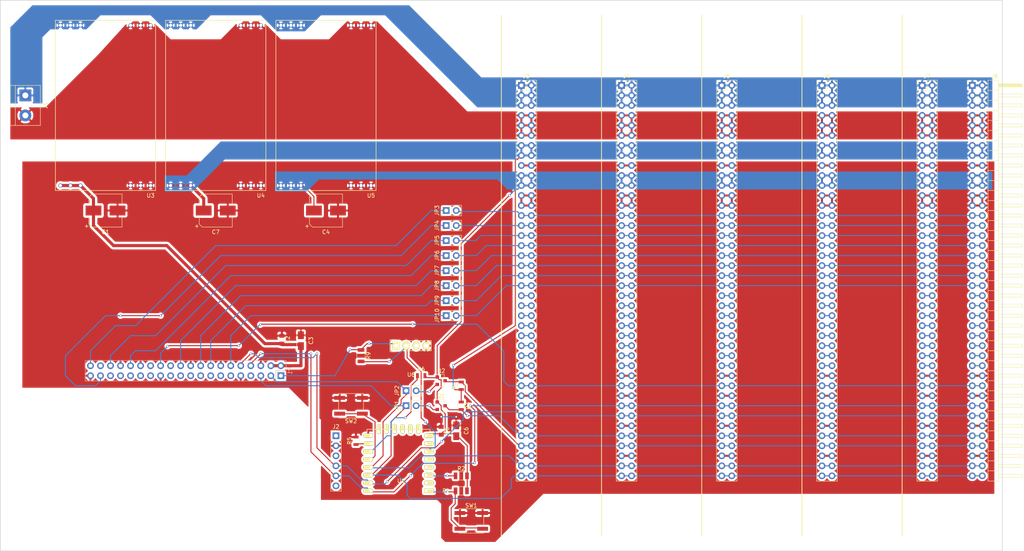
<source format=kicad_pcb>
(kicad_pcb (version 4) (host pcbnew 4.0.7)
  (layers (0 F.Cu signal) (31 B.Cu signal) (34 B.Paste user) (35 F.Paste user) (36 B.SilkS user) (37 F.SilkS user) (38 B.Mask user hide) (39 F.Mask user hide) (44 Edge.Cuts user))
  (net 0 "")
  (net 1 "Net-(P1-Pad1)")
  (net 2 GND)
  (net 3 "Net-(R1-Pad1)")
  (net 4 +24V)
  (net 5 "Net-(J3-Pad53)")
  (net 6 "Net-(J3-Pad55)")
  (net 7 "Net-(J3-Pad57)")
  (net 8 +5V)
  (net 9 +3V3)
  (net 10 5VMCU)
  (net 11 SDA)
  (net 12 SCL)
  (net 13 SDA1)
  (net 14 SCL1)
  (net 15 TXD)
  (net 16 RXD)
  (net 17 RST)
  (net 18 GPIO12)
  (net 19 GPIO16)
  (net 20 GPIO18)
  (net 21 "Net-(J5-Pad53)")
  (net 22 "Net-(J5-Pad55)")
  (net 23 "Net-(J5-Pad57)")
  (net 24 "Net-(J3-Pad35)")
  (net 25 "Net-(J3-Pad37)")
  (net 26 "Net-(J3-Pad39)")
  (net 27 "Net-(J3-Pad41)")
  (net 28 "Net-(J3-Pad43)")
  (net 29 "Net-(J3-Pad45)")
  (net 30 "Net-(J3-Pad47)")
  (net 31 "Net-(J3-Pad49)")
  (net 32 "Net-(J4-Pad53)")
  (net 33 "Net-(J4-Pad55)")
  (net 34 "Net-(J4-Pad57)")
  (net 35 "Net-(J6-Pad53)")
  (net 36 "Net-(J6-Pad55)")
  (net 37 "Net-(J6-Pad57)")
  (net 38 "Net-(J7-Pad53)")
  (net 39 "Net-(J7-Pad55)")
  (net 40 "Net-(J7-Pad57)")
  (net 41 "Net-(JP1-Pad2)")
  (net 42 "Net-(JP2-Pad2)")
  (net 43 "Net-(R2-Pad1)")
  (net 44 "Net-(R5-Pad1)")
  (net 45 "Net-(R6-Pad1)")
  (net 46 "Net-(SW2-Pad1)")
  (net 47 "Net-(J3-Pad27)")
  (net 48 "Net-(J3-Pad29)")
  (net 49 "Net-(J3-Pad31)")
  (net 50 "Net-(J3-Pad33)")
  (net 51 "Net-(J3-Pad51)")
  (net 52 "Net-(J4-Pad43)")
  (net 53 "Net-(J4-Pad45)")
  (net 54 "Net-(J4-Pad47)")
  (net 55 "Net-(J4-Pad49)")
  (net 56 "Net-(J4-Pad51)")
  (net 57 "Net-(J5-Pad43)")
  (net 58 "Net-(J5-Pad45)")
  (net 59 "Net-(J5-Pad47)")
  (net 60 "Net-(J5-Pad49)")
  (net 61 "Net-(J5-Pad51)")
  (net 62 "Net-(J6-Pad43)")
  (net 63 "Net-(J6-Pad45)")
  (net 64 "Net-(J6-Pad47)")
  (net 65 "Net-(J6-Pad49)")
  (net 66 "Net-(J6-Pad51)")
  (net 67 "Net-(J7-Pad43)")
  (net 68 "Net-(J7-Pad45)")
  (net 69 "Net-(J7-Pad47)")
  (net 70 "Net-(J7-Pad49)")
  (net 71 "Net-(J7-Pad51)")
  (net 72 GPIO21)
  (net 73 GPIO23)
  (net 74 GPIO24)
  (net 75 GPIO25)
  (net 76 GPIO26)
  (net 77 "Net-(J8-Pad43)")
  (net 78 "Net-(J8-Pad45)")
  (net 79 "Net-(J8-Pad47)")
  (net 80 "Net-(J8-Pad49)")
  (net 81 "Net-(J8-Pad51)")
  (net 82 "Net-(J8-Pad53)")
  (net 83 "Net-(J8-Pad55)")
  (net 84 "Net-(J8-Pad57)")
  (net 85 GND24V)
  (net 86 GPIO20)
  (net 87 "Net-(J2-Pad1)")
  (net 88 "Net-(J2-Pad3)")
  (net 89 "Net-(J2-Pad6)")
  (net 90 "Net-(P1-Pad7)")
  (net 91 "Net-(P1-Pad11)")
  (net 92 "Net-(P1-Pad13)")
  (net 93 "Net-(P1-Pad15)")
  (net 94 "Net-(P1-Pad17)")
  (net 95 "Net-(P1-Pad19)")
  (net 96 "Net-(P1-Pad21)")
  (net 97 "Net-(P1-Pad23)")
  (net 98 "Net-(P1-Pad24)")
  (net 99 "Net-(P1-Pad27)")
  (net 100 "Net-(P1-Pad28)")
  (net 101 "Net-(P1-Pad29)")
  (net 102 "Net-(P1-Pad31)")
  (net 103 "Net-(P1-Pad33)")
  (net 104 "Net-(P1-Pad35)")
  (net 105 "Net-(U1-Pad2)")
  (net 106 "Net-(U1-Pad4)")
  (net 107 "Net-(U1-Pad5)")
  (net 108 "Net-(U1-Pad7)")
  (net 109 "Net-(U1-Pad17)")
  (net 110 "Net-(U1-Pad18)")
  (net 111 "Net-(U1-Pad19)")
  (net 112 "Net-(U1-Pad20)")
  (net 113 "Net-(U1-Pad21)")
  (net 114 "Net-(U1-Pad22)")
  (net 115 "Net-(J7-Pad40)")
  (module Pin_Headers:Pin_Header_Straight_2x40_Pitch2.54mm (layer F.Cu) (at 254 43.18)
    (fp_text reference J7 (at 1.27 -2.33) (layer F.SilkS))
    (fp_text value CONN_02X40)
    (pad 1 thru_hole rect (at 0 0) (size 1.7 1.7) (drill 1) (layers *.Cu *.Mask) (net 4 +24V))
    (pad 2 thru_hole oval (at 2.54 0) (size 1.7 1.7) (drill 1) (layers *.Cu *.Mask) (net 4 +24V))
    (pad 3 thru_hole oval (at 0 2.54) (size 1.7 1.7) (drill 1) (layers *.Cu *.Mask) (net 4 +24V))
    (pad 4 thru_hole oval (at 2.54 2.54) (size 1.7 1.7) (drill 1) (layers *.Cu *.Mask) (net 4 +24V))
    (pad 5 thru_hole oval (at 0 5.08) (size 1.7 1.7) (drill 1) (layers *.Cu *.Mask) (net 4 +24V))
    (pad 6 thru_hole oval (at 2.54 5.08) (size 1.7 1.7) (drill 1) (layers *.Cu *.Mask) (net 4 +24V))
    (pad 7 thru_hole oval (at 0 7.62) (size 1.7 1.7) (drill 1) (layers *.Cu *.Mask) (net 85 GND24V))
    (pad 8 thru_hole oval (at 2.54 7.62) (size 1.7 1.7) (drill 1) (layers *.Cu *.Mask) (net 85 GND24V))
    (pad 9 thru_hole oval (at 0 10.16) (size 1.7 1.7) (drill 1) (layers *.Cu *.Mask) (net 85 GND24V))
    (pad 10 thru_hole oval (at 2.54 10.16) (size 1.7 1.7) (drill 1) (layers *.Cu *.Mask) (net 85 GND24V))
    (pad 11 thru_hole oval (at 0 12.7) (size 1.7 1.7) (drill 1) (layers *.Cu *.Mask) (net 85 GND24V))
    (pad 12 thru_hole oval (at 2.54 12.7) (size 1.7 1.7) (drill 1) (layers *.Cu *.Mask) (net 85 GND24V))
    (pad 13 thru_hole oval (at 0 15.24) (size 1.7 1.7) (drill 1) (layers *.Cu *.Mask) (net 8 +5V))
    (pad 14 thru_hole oval (at 2.54 15.24) (size 1.7 1.7) (drill 1) (layers *.Cu *.Mask) (net 8 +5V))
    (pad 15 thru_hole oval (at 0 17.78) (size 1.7 1.7) (drill 1) (layers *.Cu *.Mask) (net 8 +5V))
    (pad 16 thru_hole oval (at 2.54 17.78) (size 1.7 1.7) (drill 1) (layers *.Cu *.Mask) (net 8 +5V))
    (pad 17 thru_hole oval (at 0 20.32) (size 1.7 1.7) (drill 1) (layers *.Cu *.Mask) (net 2 GND))
    (pad 18 thru_hole oval (at 2.54 20.32) (size 1.7 1.7) (drill 1) (layers *.Cu *.Mask) (net 2 GND))
    (pad 19 thru_hole oval (at 0 22.86) (size 1.7 1.7) (drill 1) (layers *.Cu *.Mask) (net 9 +3V3))
    (pad 20 thru_hole oval (at 2.54 22.86) (size 1.7 1.7) (drill 1) (layers *.Cu *.Mask) (net 9 +3V3))
    (pad 21 thru_hole oval (at 0 25.4) (size 1.7 1.7) (drill 1) (layers *.Cu *.Mask) (net 9 +3V3))
    (pad 22 thru_hole oval (at 2.54 25.4) (size 1.7 1.7) (drill 1) (layers *.Cu *.Mask) (net 9 +3V3))
    (pad 23 thru_hole oval (at 0 27.94) (size 1.7 1.7) (drill 1) (layers *.Cu *.Mask) (net 2 GND))
    (pad 24 thru_hole oval (at 2.54 27.94) (size 1.7 1.7) (drill 1) (layers *.Cu *.Mask) (net 2 GND))
    (pad 25 thru_hole oval (at 0 30.48) (size 1.7 1.7) (drill 1) (layers *.Cu *.Mask) (net 2 GND))
    (pad 26 thru_hole oval (at 2.54 30.48) (size 1.7 1.7) (drill 1) (layers *.Cu *.Mask) (net 2 GND))
    (pad 27 thru_hole oval (at 0 33.02) (size 1.7 1.7) (drill 1) (layers *.Cu *.Mask) (net 47 "Net-(J3-Pad27)"))
    (pad 28 thru_hole oval (at 2.54 33.02) (size 1.7 1.7) (drill 1) (layers *.Cu *.Mask) (net 47 "Net-(J3-Pad27)"))
    (pad 29 thru_hole oval (at 0 35.56) (size 1.7 1.7) (drill 1) (layers *.Cu *.Mask) (net 48 "Net-(J3-Pad29)"))
    (pad 30 thru_hole oval (at 2.54 35.56) (size 1.7 1.7) (drill 1) (layers *.Cu *.Mask) (net 48 "Net-(J3-Pad29)"))
    (pad 31 thru_hole oval (at 0 38.1) (size 1.7 1.7) (drill 1) (layers *.Cu *.Mask) (net 49 "Net-(J3-Pad31)"))
    (pad 32 thru_hole oval (at 2.54 38.1) (size 1.7 1.7) (drill 1) (layers *.Cu *.Mask) (net 49 "Net-(J3-Pad31)"))
    (pad 33 thru_hole oval (at 0 40.64) (size 1.7 1.7) (drill 1) (layers *.Cu *.Mask) (net 50 "Net-(J3-Pad33)"))
    (pad 34 thru_hole oval (at 2.54 40.64) (size 1.7 1.7) (drill 1) (layers *.Cu *.Mask) (net 50 "Net-(J3-Pad33)"))
    (pad 35 thru_hole oval (at 0 43.18) (size 1.7 1.7) (drill 1) (layers *.Cu *.Mask) (net 24 "Net-(J3-Pad35)"))
    (pad 36 thru_hole oval (at 2.54 43.18) (size 1.7 1.7) (drill 1) (layers *.Cu *.Mask) (net 24 "Net-(J3-Pad35)"))
    (pad 37 thru_hole oval (at 0 45.72) (size 1.7 1.7) (drill 1) (layers *.Cu *.Mask) (net 25 "Net-(J3-Pad37)"))
    (pad 38 thru_hole oval (at 2.54 45.72) (size 1.7 1.7) (drill 1) (layers *.Cu *.Mask) (net 25 "Net-(J3-Pad37)"))
    (pad 39 thru_hole oval (at 0 48.26) (size 1.7 1.7) (drill 1) (layers *.Cu *.Mask) (net 26 "Net-(J3-Pad39)"))
    (pad 40 thru_hole oval (at 2.54 48.26) (size 1.7 1.7) (drill 1) (layers *.Cu *.Mask) (net 115 "Net-(J7-Pad40)"))
    (pad 41 thru_hole oval (at 0 50.8) (size 1.7 1.7) (drill 1) (layers *.Cu *.Mask) (net 27 "Net-(J3-Pad41)"))
    (pad 42 thru_hole oval (at 2.54 50.8) (size 1.7 1.7) (drill 1) (layers *.Cu *.Mask) (net 27 "Net-(J3-Pad41)"))
    (pad 43 thru_hole oval (at 0 53.34) (size 1.7 1.7) (drill 1) (layers *.Cu *.Mask) (net 67 "Net-(J7-Pad43)"))
    (pad 44 thru_hole oval (at 2.54 53.34) (size 1.7 1.7) (drill 1) (layers *.Cu *.Mask) (net 67 "Net-(J7-Pad43)"))
    (pad 45 thru_hole oval (at 0 55.88) (size 1.7 1.7) (drill 1) (layers *.Cu *.Mask) (net 68 "Net-(J7-Pad45)"))
    (pad 46 thru_hole oval (at 2.54 55.88) (size 1.7 1.7) (drill 1) (layers *.Cu *.Mask) (net 68 "Net-(J7-Pad45)"))
    (pad 47 thru_hole oval (at 0 58.42) (size 1.7 1.7) (drill 1) (layers *.Cu *.Mask) (net 69 "Net-(J7-Pad47)"))
    (pad 48 thru_hole oval (at 2.54 58.42) (size 1.7 1.7) (drill 1) (layers *.Cu *.Mask) (net 69 "Net-(J7-Pad47)"))
    (pad 49 thru_hole oval (at 0 60.96) (size 1.7 1.7) (drill 1) (layers *.Cu *.Mask) (net 70 "Net-(J7-Pad49)"))
    (pad 50 thru_hole oval (at 2.54 60.96) (size 1.7 1.7) (drill 1) (layers *.Cu *.Mask) (net 70 "Net-(J7-Pad49)"))
    (pad 51 thru_hole oval (at 0 63.5) (size 1.7 1.7) (drill 1) (layers *.Cu *.Mask) (net 71 "Net-(J7-Pad51)"))
    (pad 52 thru_hole oval (at 2.54 63.5) (size 1.7 1.7) (drill 1) (layers *.Cu *.Mask) (net 71 "Net-(J7-Pad51)"))
    (pad 53 thru_hole oval (at 0 66.04) (size 1.7 1.7) (drill 1) (layers *.Cu *.Mask) (net 38 "Net-(J7-Pad53)"))
    (pad 54 thru_hole oval (at 2.54 66.04) (size 1.7 1.7) (drill 1) (layers *.Cu *.Mask) (net 38 "Net-(J7-Pad53)"))
    (pad 55 thru_hole oval (at 0 68.58) (size 1.7 1.7) (drill 1) (layers *.Cu *.Mask) (net 39 "Net-(J7-Pad55)"))
    (pad 56 thru_hole oval (at 2.54 68.58) (size 1.7 1.7) (drill 1) (layers *.Cu *.Mask) (net 39 "Net-(J7-Pad55)"))
    (pad 57 thru_hole oval (at 0 71.12) (size 1.7 1.7) (drill 1) (layers *.Cu *.Mask) (net 40 "Net-(J7-Pad57)"))
    (pad 58 thru_hole oval (at 2.54 71.12) (size 1.7 1.7) (drill 1) (layers *.Cu *.Mask) (net 40 "Net-(J7-Pad57)"))
    (pad 59 thru_hole oval (at 0 73.66) (size 1.7 1.7) (drill 1) (layers *.Cu *.Mask) (net 2 GND))
    (pad 60 thru_hole oval (at 2.54 73.66) (size 1.7 1.7) (drill 1) (layers *.Cu *.Mask) (net 2 GND))
    (pad 61 thru_hole oval (at 0 76.2) (size 1.7 1.7) (drill 1) (layers *.Cu *.Mask) (net 17 RST))
    (pad 62 thru_hole oval (at 2.54 76.2) (size 1.7 1.7) (drill 1) (layers *.Cu *.Mask) (net 17 RST))
    (pad 63 thru_hole oval (at 0 78.74) (size 1.7 1.7) (drill 1) (layers *.Cu *.Mask) (net 2 GND))
    (pad 64 thru_hole oval (at 2.54 78.74) (size 1.7 1.7) (drill 1) (layers *.Cu *.Mask) (net 2 GND))
    (pad 65 thru_hole oval (at 0 81.28) (size 1.7 1.7) (drill 1) (layers *.Cu *.Mask) (net 15 TXD))
    (pad 66 thru_hole oval (at 2.54 81.28) (size 1.7 1.7) (drill 1) (layers *.Cu *.Mask) (net 15 TXD))
    (pad 67 thru_hole oval (at 0 83.82) (size 1.7 1.7) (drill 1) (layers *.Cu *.Mask) (net 16 RXD))
    (pad 68 thru_hole oval (at 2.54 83.82) (size 1.7 1.7) (drill 1) (layers *.Cu *.Mask) (net 16 RXD))
    (pad 69 thru_hole oval (at 0 86.36) (size 1.7 1.7) (drill 1) (layers *.Cu *.Mask) (net 2 GND))
    (pad 70 thru_hole oval (at 2.54 86.36) (size 1.7 1.7) (drill 1) (layers *.Cu *.Mask) (net 2 GND))
    (pad 71 thru_hole oval (at 0 88.9) (size 1.7 1.7) (drill 1) (layers *.Cu *.Mask) (net 14 SCL1))
    (pad 72 thru_hole oval (at 2.54 88.9) (size 1.7 1.7) (drill 1) (layers *.Cu *.Mask) (net 14 SCL1))
    (pad 73 thru_hole oval (at 0 91.44) (size 1.7 1.7) (drill 1) (layers *.Cu *.Mask) (net 13 SDA1))
    (pad 74 thru_hole oval (at 2.54 91.44) (size 1.7 1.7) (drill 1) (layers *.Cu *.Mask) (net 13 SDA1))
    (pad 75 thru_hole oval (at 0 93.98) (size 1.7 1.7) (drill 1) (layers *.Cu *.Mask) (net 2 GND))
    (pad 76 thru_hole oval (at 2.54 93.98) (size 1.7 1.7) (drill 1) (layers *.Cu *.Mask) (net 2 GND))
    (pad 77 thru_hole oval (at 0 96.52) (size 1.7 1.7) (drill 1) (layers *.Cu *.Mask) (net 11 SDA))
    (pad 78 thru_hole oval (at 2.54 96.52) (size 1.7 1.7) (drill 1) (layers *.Cu *.Mask) (net 11 SDA))
    (pad 79 thru_hole oval (at 0 99.06) (size 1.7 1.7) (drill 1) (layers *.Cu *.Mask) (net 12 SCL))
    (pad 80 thru_hole oval (at 2.54 99.06) (size 1.7 1.7) (drill 1) (layers *.Cu *.Mask) (net 12 SCL))
  )
  (module project_footprints:ESP-12E (layer F.Cu) (at 128.27 146.05 180)
    (fp_text reference U1 (at 6.35 2.54 180) (layer F.SilkS))
    (fp_text value ESP-12E hide)
    (pad 1 thru_hole rect (at 0 0 180) (size 2.5 1.1) (drill 0.65 (offset -0.7 0)) (layers *.Cu *.Mask F.SilkS) (net 3 "Net-(R1-Pad1)"))
    (pad 2 thru_hole oval (at 0 2 180) (size 2.5 1.1) (drill 0.65 (offset -0.7 0)) (layers *.Cu *.Mask F.SilkS) (net 105 "Net-(U1-Pad2)"))
    (pad 3 thru_hole oval (at 0 4 180) (size 2.5 1.1) (drill 0.65 (offset -0.7 0)) (layers *.Cu *.Mask F.SilkS) (net 43 "Net-(R2-Pad1)"))
    (pad 4 thru_hole oval (at 0 6 180) (size 2.5 1.1) (drill 0.65 (offset -0.7 0)) (layers *.Cu *.Mask F.SilkS) (net 106 "Net-(U1-Pad4)"))
    (pad 5 thru_hole oval (at 0 8 180) (size 2.5 1.1) (drill 0.65 (offset -0.7 0)) (layers *.Cu *.Mask F.SilkS) (net 107 "Net-(U1-Pad5)"))
    (pad 6 thru_hole oval (at 0 10 180) (size 2.5 1.1) (drill 0.65 (offset -0.7 0)) (layers *.Cu *.Mask F.SilkS) (net 76 GPIO26))
    (pad 7 thru_hole oval (at 0 12 180) (size 2.5 1.1) (drill 0.65 (offset -0.7 0)) (layers *.Cu *.Mask F.SilkS) (net 108 "Net-(U1-Pad7)"))
    (pad 8 thru_hole oval (at 0 14 180) (size 2.5 1.1) (drill 0.65 (offset -0.7 0)) (layers *.Cu *.Mask F.SilkS) (net 9 +3V3))
    (pad 9 thru_hole oval (at 14 14 180) (size 2.5 1.1) (drill 0.65 (offset 0.7 0)) (layers *.Cu *.Mask F.SilkS) (net 2 GND))
    (pad 10 thru_hole oval (at 14 12 180) (size 2.5 1.1) (drill 0.65 (offset 0.6 0)) (layers *.Cu *.Mask F.SilkS) (net 44 "Net-(R5-Pad1)"))
    (pad 11 thru_hole oval (at 14 10 180) (size 2.5 1.1) (drill 0.65 (offset 0.7 0)) (layers *.Cu *.Mask F.SilkS) (net 45 "Net-(R6-Pad1)"))
    (pad 12 thru_hole oval (at 14 8 180) (size 2.5 1.1) (drill 0.65 (offset 0.7 0)) (layers *.Cu *.Mask F.SilkS) (net 46 "Net-(SW2-Pad1)"))
    (pad 13 thru_hole oval (at 14 6 180) (size 2.5 1.1) (drill 0.65 (offset 0.7 0)) (layers *.Cu *.Mask F.SilkS) (net 11 SDA))
    (pad 14 thru_hole oval (at 14 4 180) (size 2.5 1.1) (drill 0.65 (offset 0.7 0)) (layers *.Cu *.Mask F.SilkS) (net 12 SCL))
    (pad 15 thru_hole oval (at 14 2 180) (size 2.5 1.1) (drill 0.65 (offset 0.7 0)) (layers *.Cu *.Mask F.SilkS) (net 16 RXD))
    (pad 16 thru_hole oval (at 14 0 180) (size 2.5 1.1) (drill 0.65 (offset 0.7 0)) (layers *.Cu *.Mask F.SilkS) (net 15 TXD))
    (pad 17 thru_hole oval (at 1.99 15 270) (size 2.5 1.1) (drill 0.65 (offset -0.7 0)) (layers *.Cu *.Mask F.SilkS) (net 109 "Net-(U1-Pad17)"))
    (pad 18 thru_hole oval (at 3.99 15 270) (size 2.5 1.1) (drill 0.65 (offset -0.7 0)) (layers *.Cu *.Mask F.SilkS) (net 110 "Net-(U1-Pad18)"))
    (pad 19 thru_hole oval (at 5.99 15 270) (size 2.5 1.1) (drill 0.65 (offset -0.7 0)) (layers *.Cu *.Mask F.SilkS) (net 111 "Net-(U1-Pad19)"))
    (pad 20 thru_hole oval (at 7.99 15 270) (size 2.5 1.1) (drill 0.65 (offset -0.7 0)) (layers *.Cu *.Mask F.SilkS) (net 112 "Net-(U1-Pad20)"))
    (pad 21 thru_hole oval (at 9.99 15 270) (size 2.5 1.1) (drill 0.65 (offset -0.7 0)) (layers *.Cu *.Mask F.SilkS) (net 113 "Net-(U1-Pad21)"))
    (pad 22 thru_hole oval (at 11.99 15 270) (size 2.5 1.1) (drill 0.65 (offset -0.7 0)) (layers *.Cu *.Mask F.SilkS) (net 114 "Net-(U1-Pad22)"))
  )
  (module project_footprints:Napajanje_5V (layer F.Cu) (at 114.3 27.94 180)
    (fp_text reference U5 (at 0 -43.18 180) (layer F.SilkS))
    (fp_text value vLM2596)
    (pad 1 thru_hole circle (at 0 0 180) (size 1 1) (drill 0.762) (layers *.Cu *.Mask) (net 85 GND24V))
    (pad 3 thru_hole circle (at 0 -40.64 180) (size 1 1) (drill 0.762) (layers *.Cu *.Mask) (net 2 GND))
    (pad 4 thru_hole circle (at 17.78 -40.64 180) (size 1 1) (drill 0.762) (layers *.Cu *.Mask) (net 9 +3V3))
    (pad 2 thru_hole circle (at 20.32 0 180) (size 1 1) (drill 0.762) (layers *.Cu *.Mask) (net 4 +24V))
    (pad 2 thru_hole circle (at 17.78 0 180) (size 1 1) (drill 0.762) (layers *.Cu *.Mask) (net 4 +24V))
    (pad 2 thru_hole circle (at 22.86 0 180) (size 1 1) (drill 0.762) (layers *.Cu *.Mask) (net 4 +24V))
    (pad 4 thru_hole circle (at 22.86 -40.64 180) (size 1 1) (drill 0.762) (layers *.Cu *.Mask) (net 9 +3V3))
    (pad 4 thru_hole circle (at 20.32 -40.64 180) (size 1 1) (drill 0.762) (layers *.Cu *.Mask) (net 9 +3V3))
    (pad 1 thru_hole circle (at 2.54 0 180) (size 1 1) (drill 0.762) (layers *.Cu *.Mask) (net 85 GND24V))
    (pad 1 thru_hole circle (at 5.08 0 180) (size 1 1) (drill 0.762) (layers *.Cu *.Mask) (net 85 GND24V))
    (pad 3 thru_hole circle (at 5.08 -40.64 180) (size 1 1) (drill 0.762) (layers *.Cu *.Mask) (net 2 GND))
    (pad 3 thru_hole circle (at 2.54 -40.64 180) (size 1 1) (drill 0.762) (layers *.Cu *.Mask) (net 2 GND))
  )
  (module Pin_Headers:Pin_Header_Straight_2x20_Pitch2.54mm (layer B.Cu) (at 91.44 116.84 90)
    (fp_text reference P1 (at 1.27 2.33 90) (layer B.SilkS) (effects (justify mirror)))
    (fp_text value Raspberry_Pi)
    (pad 1 thru_hole rect (at 0 0 90) (size 1.7 1.7) (drill 1) (layers *.Cu *.Mask) (net 1 "Net-(P1-Pad1)"))
    (pad 2 thru_hole oval (at 2.54 0 90) (size 1.7 1.7) (drill 1) (layers *.Cu *.Mask) (net 10 5VMCU))
    (pad 3 thru_hole oval (at 0 -2.54 90) (size 1.7 1.7) (drill 1) (layers *.Cu *.Mask) (net 11 SDA))
    (pad 4 thru_hole oval (at 2.54 -2.54 90) (size 1.7 1.7) (drill 1) (layers *.Cu *.Mask) (net 10 5VMCU))
    (pad 5 thru_hole oval (at 0 -5.08 90) (size 1.7 1.7) (drill 1) (layers *.Cu *.Mask) (net 12 SCL))
    (pad 6 thru_hole oval (at 2.54 -5.08 90) (size 1.7 1.7) (drill 1) (layers *.Cu *.Mask) (net 2 GND))
    (pad 7 thru_hole oval (at 0 -7.62 90) (size 1.7 1.7) (drill 1) (layers *.Cu *.Mask) (net 90 "Net-(P1-Pad7)"))
    (pad 8 thru_hole oval (at 2.54 -7.62 90) (size 1.7 1.7) (drill 1) (layers *.Cu *.Mask) (net 15 TXD))
    (pad 9 thru_hole oval (at 0 -10.16 90) (size 1.7 1.7) (drill 1) (layers *.Cu *.Mask) (net 2 GND))
    (pad 10 thru_hole oval (at 2.54 -10.16 90) (size 1.7 1.7) (drill 1) (layers *.Cu *.Mask) (net 16 RXD))
    (pad 11 thru_hole oval (at 0 -12.7 90) (size 1.7 1.7) (drill 1) (layers *.Cu *.Mask) (net 91 "Net-(P1-Pad11)"))
    (pad 12 thru_hole oval (at 2.54 -12.7 90) (size 1.7 1.7) (drill 1) (layers *.Cu *.Mask) (net 20 GPIO18))
    (pad 13 thru_hole oval (at 0 -15.24 90) (size 1.7 1.7) (drill 1) (layers *.Cu *.Mask) (net 92 "Net-(P1-Pad13)"))
    (pad 14 thru_hole oval (at 2.54 -15.24 90) (size 1.7 1.7) (drill 1) (layers *.Cu *.Mask) (net 2 GND))
    (pad 15 thru_hole oval (at 0 -17.78 90) (size 1.7 1.7) (drill 1) (layers *.Cu *.Mask) (net 93 "Net-(P1-Pad15)"))
    (pad 16 thru_hole oval (at 2.54 -17.78 90) (size 1.7 1.7) (drill 1) (layers *.Cu *.Mask) (net 73 GPIO23))
    (pad 17 thru_hole oval (at 0 -20.32 90) (size 1.7 1.7) (drill 1) (layers *.Cu *.Mask) (net 94 "Net-(P1-Pad17)"))
    (pad 18 thru_hole oval (at 2.54 -20.32 90) (size 1.7 1.7) (drill 1) (layers *.Cu *.Mask) (net 74 GPIO24))
    (pad 19 thru_hole oval (at 0 -22.86 90) (size 1.7 1.7) (drill 1) (layers *.Cu *.Mask) (net 95 "Net-(P1-Pad19)"))
    (pad 20 thru_hole oval (at 2.54 -22.86 90) (size 1.7 1.7) (drill 1) (layers *.Cu *.Mask) (net 2 GND))
    (pad 21 thru_hole oval (at 0 -25.4 90) (size 1.7 1.7) (drill 1) (layers *.Cu *.Mask) (net 96 "Net-(P1-Pad21)"))
    (pad 22 thru_hole oval (at 2.54 -25.4 90) (size 1.7 1.7) (drill 1) (layers *.Cu *.Mask) (net 75 GPIO25))
    (pad 23 thru_hole oval (at 0 -27.94 90) (size 1.7 1.7) (drill 1) (layers *.Cu *.Mask) (net 97 "Net-(P1-Pad23)"))
    (pad 24 thru_hole oval (at 2.54 -27.94 90) (size 1.7 1.7) (drill 1) (layers *.Cu *.Mask) (net 98 "Net-(P1-Pad24)"))
    (pad 25 thru_hole oval (at 0 -30.48 90) (size 1.7 1.7) (drill 1) (layers *.Cu *.Mask) (net 2 GND))
    (pad 26 thru_hole oval (at 2.54 -30.48 90) (size 1.7 1.7) (drill 1) (layers *.Cu *.Mask) (net 17 RST))
    (pad 27 thru_hole oval (at 0 -33.02 90) (size 1.7 1.7) (drill 1) (layers *.Cu *.Mask) (net 99 "Net-(P1-Pad27)"))
    (pad 28 thru_hole oval (at 2.54 -33.02 90) (size 1.7 1.7) (drill 1) (layers *.Cu *.Mask) (net 100 "Net-(P1-Pad28)"))
    (pad 29 thru_hole oval (at 0 -35.56 90) (size 1.7 1.7) (drill 1) (layers *.Cu *.Mask) (net 101 "Net-(P1-Pad29)"))
    (pad 30 thru_hole oval (at 2.54 -35.56 90) (size 1.7 1.7) (drill 1) (layers *.Cu *.Mask) (net 2 GND))
    (pad 31 thru_hole oval (at 0 -38.1 90) (size 1.7 1.7) (drill 1) (layers *.Cu *.Mask) (net 102 "Net-(P1-Pad31)"))
    (pad 32 thru_hole oval (at 2.54 -38.1 90) (size 1.7 1.7) (drill 1) (layers *.Cu *.Mask) (net 18 GPIO12))
    (pad 33 thru_hole oval (at 0 -40.64 90) (size 1.7 1.7) (drill 1) (layers *.Cu *.Mask) (net 103 "Net-(P1-Pad33)"))
    (pad 34 thru_hole oval (at 2.54 -40.64 90) (size 1.7 1.7) (drill 1) (layers *.Cu *.Mask) (net 2 GND))
    (pad 35 thru_hole oval (at 0 -43.18 90) (size 1.7 1.7) (drill 1) (layers *.Cu *.Mask) (net 104 "Net-(P1-Pad35)"))
    (pad 36 thru_hole oval (at 2.54 -43.18 90) (size 1.7 1.7) (drill 1) (layers *.Cu *.Mask) (net 19 GPIO16))
    (pad 37 thru_hole oval (at 0 -45.72 90) (size 1.7 1.7) (drill 1) (layers *.Cu *.Mask) (net 86 GPIO20))
    (pad 38 thru_hole oval (at 2.54 -45.72 90) (size 1.7 1.7) (drill 1) (layers *.Cu *.Mask))
    (pad 39 thru_hole oval (at 0 -48.26 90) (size 1.7 1.7) (drill 1) (layers *.Cu *.Mask) (net 2 GND))
    (pad 40 thru_hole oval (at 2.54 -48.26 90) (size 1.7 1.7) (drill 1) (layers *.Cu *.Mask) (net 72 GPIO21))
  )
  (module Pin_Headers:Pin_Header_Straight_1x02_Pitch2.54mm (layer F.Cu) (at 133.35 74.93 90)
    (fp_text reference JP3 (at 0 -2.33 90) (layer F.SilkS))
    (fp_text value NO)
    (pad 1 thru_hole rect (at 0 0 90) (size 1.7 1.7) (drill 1) (layers *.Cu *.Mask) (net 72 GPIO21))
    (pad 2 thru_hole oval (at 0 2.54 90) (size 1.7 1.7) (drill 1) (layers *.Cu *.Mask) (net 47 "Net-(J3-Pad27)"))
  )
  (module Connectors:bornier2 (layer F.Cu) (at 26.67 45.72 270)
    (fp_text reference J1 (at 2.54 -5.08 270) (layer F.SilkS))
    (fp_text value CONN_01X02)
    (pad 1 thru_hole rect (at 0 0 270) (size 3 3) (drill 1.52) (layers *.Cu *.Mask) (net 4 +24V))
    (pad 2 thru_hole circle (at 5.08 0 270) (size 3 3) (drill 1.52) (layers *.Cu *.Mask) (net 85 GND24V))
  )
  (module Pin_Headers:Pin_Header_Straight_1x06_Pitch2.54mm (layer F.Cu) (at 105.41 132.08)
    (fp_text reference J2 (at 0 -2.33) (layer F.SilkS))
    (fp_text value CONN_01X06)
    (pad 1 thru_hole rect (at 0 0) (size 1.7 1.7) (drill 1) (layers *.Cu *.Mask) (net 87 "Net-(J2-Pad1)"))
    (pad 2 thru_hole oval (at 0 2.54) (size 1.7 1.7) (drill 1) (layers *.Cu *.Mask) (net 2 GND))
    (pad 3 thru_hole oval (at 0 5.08) (size 1.7 1.7) (drill 1) (layers *.Cu *.Mask) (net 88 "Net-(J2-Pad3)"))
    (pad 4 thru_hole oval (at 0 7.62) (size 1.7 1.7) (drill 1) (layers *.Cu *.Mask) (net 16 RXD))
    (pad 5 thru_hole oval (at 0 10.16) (size 1.7 1.7) (drill 1) (layers *.Cu *.Mask) (net 15 TXD))
    (pad 6 thru_hole oval (at 0 12.7) (size 1.7 1.7) (drill 1) (layers *.Cu *.Mask) (net 89 "Net-(J2-Pad6)"))
  )
  (module Pin_Headers:Pin_Header_Straight_2x40_Pitch2.54mm (layer F.Cu) (at 152.4 43.18)
    (fp_text reference J3 (at 1.27 -2.33) (layer F.SilkS))
    (fp_text value CONN_02X40)
    (pad 1 thru_hole rect (at 0 0) (size 1.7 1.7) (drill 1) (layers *.Cu *.Mask) (net 4 +24V))
    (pad 2 thru_hole oval (at 2.54 0) (size 1.7 1.7) (drill 1) (layers *.Cu *.Mask) (net 4 +24V))
    (pad 3 thru_hole oval (at 0 2.54) (size 1.7 1.7) (drill 1) (layers *.Cu *.Mask) (net 4 +24V))
    (pad 4 thru_hole oval (at 2.54 2.54) (size 1.7 1.7) (drill 1) (layers *.Cu *.Mask) (net 4 +24V))
    (pad 5 thru_hole oval (at 0 5.08) (size 1.7 1.7) (drill 1) (layers *.Cu *.Mask) (net 4 +24V))
    (pad 6 thru_hole oval (at 2.54 5.08) (size 1.7 1.7) (drill 1) (layers *.Cu *.Mask) (net 4 +24V))
    (pad 7 thru_hole oval (at 0 7.62) (size 1.7 1.7) (drill 1) (layers *.Cu *.Mask) (net 85 GND24V))
    (pad 8 thru_hole oval (at 2.54 7.62) (size 1.7 1.7) (drill 1) (layers *.Cu *.Mask) (net 85 GND24V))
    (pad 9 thru_hole oval (at 0 10.16) (size 1.7 1.7) (drill 1) (layers *.Cu *.Mask) (net 85 GND24V))
    (pad 10 thru_hole oval (at 2.54 10.16) (size 1.7 1.7) (drill 1) (layers *.Cu *.Mask) (net 85 GND24V))
    (pad 11 thru_hole oval (at 0 12.7) (size 1.7 1.7) (drill 1) (layers *.Cu *.Mask) (net 85 GND24V))
    (pad 12 thru_hole oval (at 2.54 12.7) (size 1.7 1.7) (drill 1) (layers *.Cu *.Mask) (net 85 GND24V))
    (pad 13 thru_hole oval (at 0 15.24) (size 1.7 1.7) (drill 1) (layers *.Cu *.Mask) (net 8 +5V))
    (pad 14 thru_hole oval (at 2.54 15.24) (size 1.7 1.7) (drill 1) (layers *.Cu *.Mask) (net 8 +5V))
    (pad 15 thru_hole oval (at 0 17.78) (size 1.7 1.7) (drill 1) (layers *.Cu *.Mask) (net 8 +5V))
    (pad 16 thru_hole oval (at 2.54 17.78) (size 1.7 1.7) (drill 1) (layers *.Cu *.Mask) (net 8 +5V))
    (pad 17 thru_hole oval (at 0 20.32) (size 1.7 1.7) (drill 1) (layers *.Cu *.Mask) (net 2 GND))
    (pad 18 thru_hole oval (at 2.54 20.32) (size 1.7 1.7) (drill 1) (layers *.Cu *.Mask) (net 2 GND))
    (pad 19 thru_hole oval (at 0 22.86) (size 1.7 1.7) (drill 1) (layers *.Cu *.Mask) (net 9 +3V3))
    (pad 20 thru_hole oval (at 2.54 22.86) (size 1.7 1.7) (drill 1) (layers *.Cu *.Mask) (net 9 +3V3))
    (pad 21 thru_hole oval (at 0 25.4) (size 1.7 1.7) (drill 1) (layers *.Cu *.Mask) (net 9 +3V3))
    (pad 22 thru_hole oval (at 2.54 25.4) (size 1.7 1.7) (drill 1) (layers *.Cu *.Mask) (net 9 +3V3))
    (pad 23 thru_hole oval (at 0 27.94) (size 1.7 1.7) (drill 1) (layers *.Cu *.Mask) (net 2 GND))
    (pad 24 thru_hole oval (at 2.54 27.94) (size 1.7 1.7) (drill 1) (layers *.Cu *.Mask) (net 2 GND))
    (pad 25 thru_hole oval (at 0 30.48) (size 1.7 1.7) (drill 1) (layers *.Cu *.Mask) (net 2 GND))
    (pad 26 thru_hole oval (at 2.54 30.48) (size 1.7 1.7) (drill 1) (layers *.Cu *.Mask) (net 2 GND))
    (pad 27 thru_hole oval (at 0 33.02) (size 1.7 1.7) (drill 1) (layers *.Cu *.Mask) (net 47 "Net-(J3-Pad27)"))
    (pad 28 thru_hole oval (at 2.54 33.02) (size 1.7 1.7) (drill 1) (layers *.Cu *.Mask) (net 47 "Net-(J3-Pad27)"))
    (pad 29 thru_hole oval (at 0 35.56) (size 1.7 1.7) (drill 1) (layers *.Cu *.Mask) (net 48 "Net-(J3-Pad29)"))
    (pad 30 thru_hole oval (at 2.54 35.56) (size 1.7 1.7) (drill 1) (layers *.Cu *.Mask) (net 48 "Net-(J3-Pad29)"))
    (pad 31 thru_hole oval (at 0 38.1) (size 1.7 1.7) (drill 1) (layers *.Cu *.Mask) (net 49 "Net-(J3-Pad31)"))
    (pad 32 thru_hole oval (at 2.54 38.1) (size 1.7 1.7) (drill 1) (layers *.Cu *.Mask) (net 49 "Net-(J3-Pad31)"))
    (pad 33 thru_hole oval (at 0 40.64) (size 1.7 1.7) (drill 1) (layers *.Cu *.Mask) (net 50 "Net-(J3-Pad33)"))
    (pad 34 thru_hole oval (at 2.54 40.64) (size 1.7 1.7) (drill 1) (layers *.Cu *.Mask) (net 50 "Net-(J3-Pad33)"))
    (pad 35 thru_hole oval (at 0 43.18) (size 1.7 1.7) (drill 1) (layers *.Cu *.Mask) (net 24 "Net-(J3-Pad35)"))
    (pad 36 thru_hole oval (at 2.54 43.18) (size 1.7 1.7) (drill 1) (layers *.Cu *.Mask) (net 24 "Net-(J3-Pad35)"))
    (pad 37 thru_hole oval (at 0 45.72) (size 1.7 1.7) (drill 1) (layers *.Cu *.Mask) (net 25 "Net-(J3-Pad37)"))
    (pad 38 thru_hole oval (at 2.54 45.72) (size 1.7 1.7) (drill 1) (layers *.Cu *.Mask) (net 25 "Net-(J3-Pad37)"))
    (pad 39 thru_hole oval (at 0 48.26) (size 1.7 1.7) (drill 1) (layers *.Cu *.Mask) (net 26 "Net-(J3-Pad39)"))
    (pad 40 thru_hole oval (at 2.54 48.26) (size 1.7 1.7) (drill 1) (layers *.Cu *.Mask) (net 26 "Net-(J3-Pad39)"))
    (pad 41 thru_hole oval (at 0 50.8) (size 1.7 1.7) (drill 1) (layers *.Cu *.Mask) (net 27 "Net-(J3-Pad41)"))
    (pad 42 thru_hole oval (at 2.54 50.8) (size 1.7 1.7) (drill 1) (layers *.Cu *.Mask) (net 27 "Net-(J3-Pad41)"))
    (pad 43 thru_hole oval (at 0 53.34) (size 1.7 1.7) (drill 1) (layers *.Cu *.Mask) (net 28 "Net-(J3-Pad43)"))
    (pad 44 thru_hole oval (at 2.54 53.34) (size 1.7 1.7) (drill 1) (layers *.Cu *.Mask) (net 28 "Net-(J3-Pad43)"))
    (pad 45 thru_hole oval (at 0 55.88) (size 1.7 1.7) (drill 1) (layers *.Cu *.Mask) (net 29 "Net-(J3-Pad45)"))
    (pad 46 thru_hole oval (at 2.54 55.88) (size 1.7 1.7) (drill 1) (layers *.Cu *.Mask) (net 29 "Net-(J3-Pad45)"))
    (pad 47 thru_hole oval (at 0 58.42) (size 1.7 1.7) (drill 1) (layers *.Cu *.Mask) (net 30 "Net-(J3-Pad47)"))
    (pad 48 thru_hole oval (at 2.54 58.42) (size 1.7 1.7) (drill 1) (layers *.Cu *.Mask) (net 30 "Net-(J3-Pad47)"))
    (pad 49 thru_hole oval (at 0 60.96) (size 1.7 1.7) (drill 1) (layers *.Cu *.Mask) (net 31 "Net-(J3-Pad49)"))
    (pad 50 thru_hole oval (at 2.54 60.96) (size 1.7 1.7) (drill 1) (layers *.Cu *.Mask) (net 31 "Net-(J3-Pad49)"))
    (pad 51 thru_hole oval (at 0 63.5) (size 1.7 1.7) (drill 1) (layers *.Cu *.Mask) (net 51 "Net-(J3-Pad51)"))
    (pad 52 thru_hole oval (at 2.54 63.5) (size 1.7 1.7) (drill 1) (layers *.Cu *.Mask) (net 51 "Net-(J3-Pad51)"))
    (pad 53 thru_hole oval (at 0 66.04) (size 1.7 1.7) (drill 1) (layers *.Cu *.Mask) (net 5 "Net-(J3-Pad53)"))
    (pad 54 thru_hole oval (at 2.54 66.04) (size 1.7 1.7) (drill 1) (layers *.Cu *.Mask) (net 5 "Net-(J3-Pad53)"))
    (pad 55 thru_hole oval (at 0 68.58) (size 1.7 1.7) (drill 1) (layers *.Cu *.Mask) (net 6 "Net-(J3-Pad55)"))
    (pad 56 thru_hole oval (at 2.54 68.58) (size 1.7 1.7) (drill 1) (layers *.Cu *.Mask) (net 6 "Net-(J3-Pad55)"))
    (pad 57 thru_hole oval (at 0 71.12) (size 1.7 1.7) (drill 1) (layers *.Cu *.Mask) (net 7 "Net-(J3-Pad57)"))
    (pad 58 thru_hole oval (at 2.54 71.12) (size 1.7 1.7) (drill 1) (layers *.Cu *.Mask) (net 7 "Net-(J3-Pad57)"))
    (pad 59 thru_hole oval (at 0 73.66) (size 1.7 1.7) (drill 1) (layers *.Cu *.Mask) (net 2 GND))
    (pad 60 thru_hole oval (at 2.54 73.66) (size 1.7 1.7) (drill 1) (layers *.Cu *.Mask) (net 2 GND))
    (pad 61 thru_hole oval (at 0 76.2) (size 1.7 1.7) (drill 1) (layers *.Cu *.Mask) (net 17 RST))
    (pad 62 thru_hole oval (at 2.54 76.2) (size 1.7 1.7) (drill 1) (layers *.Cu *.Mask) (net 17 RST))
    (pad 63 thru_hole oval (at 0 78.74) (size 1.7 1.7) (drill 1) (layers *.Cu *.Mask) (net 2 GND))
    (pad 64 thru_hole oval (at 2.54 78.74) (size 1.7 1.7) (drill 1) (layers *.Cu *.Mask) (net 2 GND))
    (pad 65 thru_hole oval (at 0 81.28) (size 1.7 1.7) (drill 1) (layers *.Cu *.Mask) (net 15 TXD))
    (pad 66 thru_hole oval (at 2.54 81.28) (size 1.7 1.7) (drill 1) (layers *.Cu *.Mask) (net 15 TXD))
    (pad 67 thru_hole oval (at 0 83.82) (size 1.7 1.7) (drill 1) (layers *.Cu *.Mask) (net 16 RXD))
    (pad 68 thru_hole oval (at 2.54 83.82) (size 1.7 1.7) (drill 1) (layers *.Cu *.Mask) (net 16 RXD))
    (pad 69 thru_hole oval (at 0 86.36) (size 1.7 1.7) (drill 1) (layers *.Cu *.Mask) (net 2 GND))
    (pad 70 thru_hole oval (at 2.54 86.36) (size 1.7 1.7) (drill 1) (layers *.Cu *.Mask) (net 2 GND))
    (pad 71 thru_hole oval (at 0 88.9) (size 1.7 1.7) (drill 1) (layers *.Cu *.Mask) (net 14 SCL1))
    (pad 72 thru_hole oval (at 2.54 88.9) (size 1.7 1.7) (drill 1) (layers *.Cu *.Mask) (net 14 SCL1))
    (pad 73 thru_hole oval (at 0 91.44) (size 1.7 1.7) (drill 1) (layers *.Cu *.Mask) (net 13 SDA1))
    (pad 74 thru_hole oval (at 2.54 91.44) (size 1.7 1.7) (drill 1) (layers *.Cu *.Mask) (net 13 SDA1))
    (pad 75 thru_hole oval (at 0 93.98) (size 1.7 1.7) (drill 1) (layers *.Cu *.Mask) (net 2 GND))
    (pad 76 thru_hole oval (at 2.54 93.98) (size 1.7 1.7) (drill 1) (layers *.Cu *.Mask) (net 2 GND))
    (pad 77 thru_hole oval (at 0 96.52) (size 1.7 1.7) (drill 1) (layers *.Cu *.Mask) (net 11 SDA))
    (pad 78 thru_hole oval (at 2.54 96.52) (size 1.7 1.7) (drill 1) (layers *.Cu *.Mask) (net 11 SDA))
    (pad 79 thru_hole oval (at 0 99.06) (size 1.7 1.7) (drill 1) (layers *.Cu *.Mask) (net 12 SCL))
    (pad 80 thru_hole oval (at 2.54 99.06) (size 1.7 1.7) (drill 1) (layers *.Cu *.Mask) (net 12 SCL))
  )
  (module Pin_Headers:Pin_Header_Straight_2x40_Pitch2.54mm (layer F.Cu) (at 177.8 43.18)
    (fp_text reference J4 (at 1.27 -2.33) (layer F.SilkS))
    (fp_text value CONN_02X40)
    (pad 1 thru_hole rect (at 0 0) (size 1.7 1.7) (drill 1) (layers *.Cu *.Mask) (net 4 +24V))
    (pad 2 thru_hole oval (at 2.54 0) (size 1.7 1.7) (drill 1) (layers *.Cu *.Mask) (net 4 +24V))
    (pad 3 thru_hole oval (at 0 2.54) (size 1.7 1.7) (drill 1) (layers *.Cu *.Mask) (net 4 +24V))
    (pad 4 thru_hole oval (at 2.54 2.54) (size 1.7 1.7) (drill 1) (layers *.Cu *.Mask) (net 4 +24V))
    (pad 5 thru_hole oval (at 0 5.08) (size 1.7 1.7) (drill 1) (layers *.Cu *.Mask) (net 4 +24V))
    (pad 6 thru_hole oval (at 2.54 5.08) (size 1.7 1.7) (drill 1) (layers *.Cu *.Mask) (net 4 +24V))
    (pad 7 thru_hole oval (at 0 7.62) (size 1.7 1.7) (drill 1) (layers *.Cu *.Mask) (net 85 GND24V))
    (pad 8 thru_hole oval (at 2.54 7.62) (size 1.7 1.7) (drill 1) (layers *.Cu *.Mask) (net 85 GND24V))
    (pad 9 thru_hole oval (at 0 10.16) (size 1.7 1.7) (drill 1) (layers *.Cu *.Mask) (net 85 GND24V))
    (pad 10 thru_hole oval (at 2.54 10.16) (size 1.7 1.7) (drill 1) (layers *.Cu *.Mask) (net 85 GND24V))
    (pad 11 thru_hole oval (at 0 12.7) (size 1.7 1.7) (drill 1) (layers *.Cu *.Mask) (net 85 GND24V))
    (pad 12 thru_hole oval (at 2.54 12.7) (size 1.7 1.7) (drill 1) (layers *.Cu *.Mask) (net 85 GND24V))
    (pad 13 thru_hole oval (at 0 15.24) (size 1.7 1.7) (drill 1) (layers *.Cu *.Mask) (net 8 +5V))
    (pad 14 thru_hole oval (at 2.54 15.24) (size 1.7 1.7) (drill 1) (layers *.Cu *.Mask) (net 8 +5V))
    (pad 15 thru_hole oval (at 0 17.78) (size 1.7 1.7) (drill 1) (layers *.Cu *.Mask) (net 8 +5V))
    (pad 16 thru_hole oval (at 2.54 17.78) (size 1.7 1.7) (drill 1) (layers *.Cu *.Mask) (net 8 +5V))
    (pad 17 thru_hole oval (at 0 20.32) (size 1.7 1.7) (drill 1) (layers *.Cu *.Mask) (net 2 GND))
    (pad 18 thru_hole oval (at 2.54 20.32) (size 1.7 1.7) (drill 1) (layers *.Cu *.Mask) (net 2 GND))
    (pad 19 thru_hole oval (at 0 22.86) (size 1.7 1.7) (drill 1) (layers *.Cu *.Mask) (net 9 +3V3))
    (pad 20 thru_hole oval (at 2.54 22.86) (size 1.7 1.7) (drill 1) (layers *.Cu *.Mask) (net 9 +3V3))
    (pad 21 thru_hole oval (at 0 25.4) (size 1.7 1.7) (drill 1) (layers *.Cu *.Mask) (net 9 +3V3))
    (pad 22 thru_hole oval (at 2.54 25.4) (size 1.7 1.7) (drill 1) (layers *.Cu *.Mask) (net 9 +3V3))
    (pad 23 thru_hole oval (at 0 27.94) (size 1.7 1.7) (drill 1) (layers *.Cu *.Mask) (net 2 GND))
    (pad 24 thru_hole oval (at 2.54 27.94) (size 1.7 1.7) (drill 1) (layers *.Cu *.Mask) (net 2 GND))
    (pad 25 thru_hole oval (at 0 30.48) (size 1.7 1.7) (drill 1) (layers *.Cu *.Mask) (net 2 GND))
    (pad 26 thru_hole oval (at 2.54 30.48) (size 1.7 1.7) (drill 1) (layers *.Cu *.Mask) (net 2 GND))
    (pad 27 thru_hole oval (at 0 33.02) (size 1.7 1.7) (drill 1) (layers *.Cu *.Mask) (net 47 "Net-(J3-Pad27)"))
    (pad 28 thru_hole oval (at 2.54 33.02) (size 1.7 1.7) (drill 1) (layers *.Cu *.Mask) (net 47 "Net-(J3-Pad27)"))
    (pad 29 thru_hole oval (at 0 35.56) (size 1.7 1.7) (drill 1) (layers *.Cu *.Mask) (net 48 "Net-(J3-Pad29)"))
    (pad 30 thru_hole oval (at 2.54 35.56) (size 1.7 1.7) (drill 1) (layers *.Cu *.Mask) (net 48 "Net-(J3-Pad29)"))
    (pad 31 thru_hole oval (at 0 38.1) (size 1.7 1.7) (drill 1) (layers *.Cu *.Mask) (net 49 "Net-(J3-Pad31)"))
    (pad 32 thru_hole oval (at 2.54 38.1) (size 1.7 1.7) (drill 1) (layers *.Cu *.Mask) (net 49 "Net-(J3-Pad31)"))
    (pad 33 thru_hole oval (at 0 40.64) (size 1.7 1.7) (drill 1) (layers *.Cu *.Mask) (net 50 "Net-(J3-Pad33)"))
    (pad 34 thru_hole oval (at 2.54 40.64) (size 1.7 1.7) (drill 1) (layers *.Cu *.Mask) (net 50 "Net-(J3-Pad33)"))
    (pad 35 thru_hole oval (at 0 43.18) (size 1.7 1.7) (drill 1) (layers *.Cu *.Mask) (net 24 "Net-(J3-Pad35)"))
    (pad 36 thru_hole oval (at 2.54 43.18) (size 1.7 1.7) (drill 1) (layers *.Cu *.Mask) (net 24 "Net-(J3-Pad35)"))
    (pad 37 thru_hole oval (at 0 45.72) (size 1.7 1.7) (drill 1) (layers *.Cu *.Mask) (net 25 "Net-(J3-Pad37)"))
    (pad 38 thru_hole oval (at 2.54 45.72) (size 1.7 1.7) (drill 1) (layers *.Cu *.Mask) (net 25 "Net-(J3-Pad37)"))
    (pad 39 thru_hole oval (at 0 48.26) (size 1.7 1.7) (drill 1) (layers *.Cu *.Mask) (net 26 "Net-(J3-Pad39)"))
    (pad 40 thru_hole oval (at 2.54 48.26) (size 1.7 1.7) (drill 1) (layers *.Cu *.Mask) (net 26 "Net-(J3-Pad39)"))
    (pad 41 thru_hole oval (at 0 50.8) (size 1.7 1.7) (drill 1) (layers *.Cu *.Mask) (net 27 "Net-(J3-Pad41)"))
    (pad 42 thru_hole oval (at 2.54 50.8) (size 1.7 1.7) (drill 1) (layers *.Cu *.Mask) (net 27 "Net-(J3-Pad41)"))
    (pad 43 thru_hole oval (at 0 53.34) (size 1.7 1.7) (drill 1) (layers *.Cu *.Mask) (net 52 "Net-(J4-Pad43)"))
    (pad 44 thru_hole oval (at 2.54 53.34) (size 1.7 1.7) (drill 1) (layers *.Cu *.Mask) (net 52 "Net-(J4-Pad43)"))
    (pad 45 thru_hole oval (at 0 55.88) (size 1.7 1.7) (drill 1) (layers *.Cu *.Mask) (net 53 "Net-(J4-Pad45)"))
    (pad 46 thru_hole oval (at 2.54 55.88) (size 1.7 1.7) (drill 1) (layers *.Cu *.Mask) (net 53 "Net-(J4-Pad45)"))
    (pad 47 thru_hole oval (at 0 58.42) (size 1.7 1.7) (drill 1) (layers *.Cu *.Mask) (net 54 "Net-(J4-Pad47)"))
    (pad 48 thru_hole oval (at 2.54 58.42) (size 1.7 1.7) (drill 1) (layers *.Cu *.Mask) (net 54 "Net-(J4-Pad47)"))
    (pad 49 thru_hole oval (at 0 60.96) (size 1.7 1.7) (drill 1) (layers *.Cu *.Mask) (net 55 "Net-(J4-Pad49)"))
    (pad 50 thru_hole oval (at 2.54 60.96) (size 1.7 1.7) (drill 1) (layers *.Cu *.Mask) (net 55 "Net-(J4-Pad49)"))
    (pad 51 thru_hole oval (at 0 63.5) (size 1.7 1.7) (drill 1) (layers *.Cu *.Mask) (net 56 "Net-(J4-Pad51)"))
    (pad 52 thru_hole oval (at 2.54 63.5) (size 1.7 1.7) (drill 1) (layers *.Cu *.Mask) (net 56 "Net-(J4-Pad51)"))
    (pad 53 thru_hole oval (at 0 66.04) (size 1.7 1.7) (drill 1) (layers *.Cu *.Mask) (net 32 "Net-(J4-Pad53)"))
    (pad 54 thru_hole oval (at 2.54 66.04) (size 1.7 1.7) (drill 1) (layers *.Cu *.Mask) (net 32 "Net-(J4-Pad53)"))
    (pad 55 thru_hole oval (at 0 68.58) (size 1.7 1.7) (drill 1) (layers *.Cu *.Mask) (net 33 "Net-(J4-Pad55)"))
    (pad 56 thru_hole oval (at 2.54 68.58) (size 1.7 1.7) (drill 1) (layers *.Cu *.Mask) (net 33 "Net-(J4-Pad55)"))
    (pad 57 thru_hole oval (at 0 71.12) (size 1.7 1.7) (drill 1) (layers *.Cu *.Mask) (net 34 "Net-(J4-Pad57)"))
    (pad 58 thru_hole oval (at 2.54 71.12) (size 1.7 1.7) (drill 1) (layers *.Cu *.Mask) (net 34 "Net-(J4-Pad57)"))
    (pad 59 thru_hole oval (at 0 73.66) (size 1.7 1.7) (drill 1) (layers *.Cu *.Mask) (net 2 GND))
    (pad 60 thru_hole oval (at 2.54 73.66) (size 1.7 1.7) (drill 1) (layers *.Cu *.Mask) (net 2 GND))
    (pad 61 thru_hole oval (at 0 76.2) (size 1.7 1.7) (drill 1) (layers *.Cu *.Mask) (net 17 RST))
    (pad 62 thru_hole oval (at 2.54 76.2) (size 1.7 1.7) (drill 1) (layers *.Cu *.Mask) (net 17 RST))
    (pad 63 thru_hole oval (at 0 78.74) (size 1.7 1.7) (drill 1) (layers *.Cu *.Mask) (net 2 GND))
    (pad 64 thru_hole oval (at 2.54 78.74) (size 1.7 1.7) (drill 1) (layers *.Cu *.Mask) (net 2 GND))
    (pad 65 thru_hole oval (at 0 81.28) (size 1.7 1.7) (drill 1) (layers *.Cu *.Mask) (net 15 TXD))
    (pad 66 thru_hole oval (at 2.54 81.28) (size 1.7 1.7) (drill 1) (layers *.Cu *.Mask) (net 15 TXD))
    (pad 67 thru_hole oval (at 0 83.82) (size 1.7 1.7) (drill 1) (layers *.Cu *.Mask) (net 16 RXD))
    (pad 68 thru_hole oval (at 2.54 83.82) (size 1.7 1.7) (drill 1) (layers *.Cu *.Mask) (net 16 RXD))
    (pad 69 thru_hole oval (at 0 86.36) (size 1.7 1.7) (drill 1) (layers *.Cu *.Mask) (net 2 GND))
    (pad 70 thru_hole oval (at 2.54 86.36) (size 1.7 1.7) (drill 1) (layers *.Cu *.Mask) (net 2 GND))
    (pad 71 thru_hole oval (at 0 88.9) (size 1.7 1.7) (drill 1) (layers *.Cu *.Mask) (net 14 SCL1))
    (pad 72 thru_hole oval (at 2.54 88.9) (size 1.7 1.7) (drill 1) (layers *.Cu *.Mask) (net 14 SCL1))
    (pad 73 thru_hole oval (at 0 91.44) (size 1.7 1.7) (drill 1) (layers *.Cu *.Mask) (net 13 SDA1))
    (pad 74 thru_hole oval (at 2.54 91.44) (size 1.7 1.7) (drill 1) (layers *.Cu *.Mask) (net 13 SDA1))
    (pad 75 thru_hole oval (at 0 93.98) (size 1.7 1.7) (drill 1) (layers *.Cu *.Mask) (net 2 GND))
    (pad 76 thru_hole oval (at 2.54 93.98) (size 1.7 1.7) (drill 1) (layers *.Cu *.Mask) (net 2 GND))
    (pad 77 thru_hole oval (at 0 96.52) (size 1.7 1.7) (drill 1) (layers *.Cu *.Mask) (net 11 SDA))
    (pad 78 thru_hole oval (at 2.54 96.52) (size 1.7 1.7) (drill 1) (layers *.Cu *.Mask) (net 11 SDA))
    (pad 79 thru_hole oval (at 0 99.06) (size 1.7 1.7) (drill 1) (layers *.Cu *.Mask) (net 12 SCL))
    (pad 80 thru_hole oval (at 2.54 99.06) (size 1.7 1.7) (drill 1) (layers *.Cu *.Mask) (net 12 SCL))
  )
  (module Pin_Headers:Pin_Header_Straight_2x40_Pitch2.54mm (layer F.Cu) (at 203.2 43.18)
    (fp_text reference J5 (at 1.27 -2.33) (layer F.SilkS))
    (fp_text value CONN_02X40)
    (pad 1 thru_hole rect (at 0 0) (size 1.7 1.7) (drill 1) (layers *.Cu *.Mask) (net 4 +24V))
    (pad 2 thru_hole oval (at 2.54 0) (size 1.7 1.7) (drill 1) (layers *.Cu *.Mask) (net 4 +24V))
    (pad 3 thru_hole oval (at 0 2.54) (size 1.7 1.7) (drill 1) (layers *.Cu *.Mask) (net 4 +24V))
    (pad 4 thru_hole oval (at 2.54 2.54) (size 1.7 1.7) (drill 1) (layers *.Cu *.Mask) (net 4 +24V))
    (pad 5 thru_hole oval (at 0 5.08) (size 1.7 1.7) (drill 1) (layers *.Cu *.Mask) (net 4 +24V))
    (pad 6 thru_hole oval (at 2.54 5.08) (size 1.7 1.7) (drill 1) (layers *.Cu *.Mask) (net 4 +24V))
    (pad 7 thru_hole oval (at 0 7.62) (size 1.7 1.7) (drill 1) (layers *.Cu *.Mask) (net 85 GND24V))
    (pad 8 thru_hole oval (at 2.54 7.62) (size 1.7 1.7) (drill 1) (layers *.Cu *.Mask) (net 85 GND24V))
    (pad 9 thru_hole oval (at 0 10.16) (size 1.7 1.7) (drill 1) (layers *.Cu *.Mask) (net 85 GND24V))
    (pad 10 thru_hole oval (at 2.54 10.16) (size 1.7 1.7) (drill 1) (layers *.Cu *.Mask) (net 85 GND24V))
    (pad 11 thru_hole oval (at 0 12.7) (size 1.7 1.7) (drill 1) (layers *.Cu *.Mask) (net 85 GND24V))
    (pad 12 thru_hole oval (at 2.54 12.7) (size 1.7 1.7) (drill 1) (layers *.Cu *.Mask) (net 85 GND24V))
    (pad 13 thru_hole oval (at 0 15.24) (size 1.7 1.7) (drill 1) (layers *.Cu *.Mask) (net 8 +5V))
    (pad 14 thru_hole oval (at 2.54 15.24) (size 1.7 1.7) (drill 1) (layers *.Cu *.Mask) (net 8 +5V))
    (pad 15 thru_hole oval (at 0 17.78) (size 1.7 1.7) (drill 1) (layers *.Cu *.Mask) (net 8 +5V))
    (pad 16 thru_hole oval (at 2.54 17.78) (size 1.7 1.7) (drill 1) (layers *.Cu *.Mask) (net 8 +5V))
    (pad 17 thru_hole oval (at 0 20.32) (size 1.7 1.7) (drill 1) (layers *.Cu *.Mask) (net 2 GND))
    (pad 18 thru_hole oval (at 2.54 20.32) (size 1.7 1.7) (drill 1) (layers *.Cu *.Mask) (net 2 GND))
    (pad 19 thru_hole oval (at 0 22.86) (size 1.7 1.7) (drill 1) (layers *.Cu *.Mask) (net 9 +3V3))
    (pad 20 thru_hole oval (at 2.54 22.86) (size 1.7 1.7) (drill 1) (layers *.Cu *.Mask) (net 9 +3V3))
    (pad 21 thru_hole oval (at 0 25.4) (size 1.7 1.7) (drill 1) (layers *.Cu *.Mask) (net 9 +3V3))
    (pad 22 thru_hole oval (at 2.54 25.4) (size 1.7 1.7) (drill 1) (layers *.Cu *.Mask) (net 9 +3V3))
    (pad 23 thru_hole oval (at 0 27.94) (size 1.7 1.7) (drill 1) (layers *.Cu *.Mask) (net 2 GND))
    (pad 24 thru_hole oval (at 2.54 27.94) (size 1.7 1.7) (drill 1) (layers *.Cu *.Mask) (net 2 GND))
    (pad 25 thru_hole oval (at 0 30.48) (size 1.7 1.7) (drill 1) (layers *.Cu *.Mask) (net 2 GND))
    (pad 26 thru_hole oval (at 2.54 30.48) (size 1.7 1.7) (drill 1) (layers *.Cu *.Mask) (net 2 GND))
    (pad 27 thru_hole oval (at 0 33.02) (size 1.7 1.7) (drill 1) (layers *.Cu *.Mask) (net 47 "Net-(J3-Pad27)"))
    (pad 28 thru_hole oval (at 2.54 33.02) (size 1.7 1.7) (drill 1) (layers *.Cu *.Mask) (net 47 "Net-(J3-Pad27)"))
    (pad 29 thru_hole oval (at 0 35.56) (size 1.7 1.7) (drill 1) (layers *.Cu *.Mask) (net 48 "Net-(J3-Pad29)"))
    (pad 30 thru_hole oval (at 2.54 35.56) (size 1.7 1.7) (drill 1) (layers *.Cu *.Mask) (net 48 "Net-(J3-Pad29)"))
    (pad 31 thru_hole oval (at 0 38.1) (size 1.7 1.7) (drill 1) (layers *.Cu *.Mask) (net 49 "Net-(J3-Pad31)"))
    (pad 32 thru_hole oval (at 2.54 38.1) (size 1.7 1.7) (drill 1) (layers *.Cu *.Mask) (net 49 "Net-(J3-Pad31)"))
    (pad 33 thru_hole oval (at 0 40.64) (size 1.7 1.7) (drill 1) (layers *.Cu *.Mask) (net 50 "Net-(J3-Pad33)"))
    (pad 34 thru_hole oval (at 2.54 40.64) (size 1.7 1.7) (drill 1) (layers *.Cu *.Mask) (net 50 "Net-(J3-Pad33)"))
    (pad 35 thru_hole oval (at 0 43.18) (size 1.7 1.7) (drill 1) (layers *.Cu *.Mask) (net 24 "Net-(J3-Pad35)"))
    (pad 36 thru_hole oval (at 2.54 43.18) (size 1.7 1.7) (drill 1) (layers *.Cu *.Mask) (net 24 "Net-(J3-Pad35)"))
    (pad 37 thru_hole oval (at 0 45.72) (size 1.7 1.7) (drill 1) (layers *.Cu *.Mask) (net 25 "Net-(J3-Pad37)"))
    (pad 38 thru_hole oval (at 2.54 45.72) (size 1.7 1.7) (drill 1) (layers *.Cu *.Mask) (net 25 "Net-(J3-Pad37)"))
    (pad 39 thru_hole oval (at 0 48.26) (size 1.7 1.7) (drill 1) (layers *.Cu *.Mask) (net 26 "Net-(J3-Pad39)"))
    (pad 40 thru_hole oval (at 2.54 48.26) (size 1.7 1.7) (drill 1) (layers *.Cu *.Mask) (net 26 "Net-(J3-Pad39)"))
    (pad 41 thru_hole oval (at 0 50.8) (size 1.7 1.7) (drill 1) (layers *.Cu *.Mask) (net 27 "Net-(J3-Pad41)"))
    (pad 42 thru_hole oval (at 2.54 50.8) (size 1.7 1.7) (drill 1) (layers *.Cu *.Mask) (net 27 "Net-(J3-Pad41)"))
    (pad 43 thru_hole oval (at 0 53.34) (size 1.7 1.7) (drill 1) (layers *.Cu *.Mask) (net 57 "Net-(J5-Pad43)"))
    (pad 44 thru_hole oval (at 2.54 53.34) (size 1.7 1.7) (drill 1) (layers *.Cu *.Mask) (net 57 "Net-(J5-Pad43)"))
    (pad 45 thru_hole oval (at 0 55.88) (size 1.7 1.7) (drill 1) (layers *.Cu *.Mask) (net 58 "Net-(J5-Pad45)"))
    (pad 46 thru_hole oval (at 2.54 55.88) (size 1.7 1.7) (drill 1) (layers *.Cu *.Mask) (net 58 "Net-(J5-Pad45)"))
    (pad 47 thru_hole oval (at 0 58.42) (size 1.7 1.7) (drill 1) (layers *.Cu *.Mask) (net 59 "Net-(J5-Pad47)"))
    (pad 48 thru_hole oval (at 2.54 58.42) (size 1.7 1.7) (drill 1) (layers *.Cu *.Mask) (net 59 "Net-(J5-Pad47)"))
    (pad 49 thru_hole oval (at 0 60.96) (size 1.7 1.7) (drill 1) (layers *.Cu *.Mask) (net 60 "Net-(J5-Pad49)"))
    (pad 50 thru_hole oval (at 2.54 60.96) (size 1.7 1.7) (drill 1) (layers *.Cu *.Mask) (net 60 "Net-(J5-Pad49)"))
    (pad 51 thru_hole oval (at 0 63.5) (size 1.7 1.7) (drill 1) (layers *.Cu *.Mask) (net 61 "Net-(J5-Pad51)"))
    (pad 52 thru_hole oval (at 2.54 63.5) (size 1.7 1.7) (drill 1) (layers *.Cu *.Mask) (net 61 "Net-(J5-Pad51)"))
    (pad 53 thru_hole oval (at 0 66.04) (size 1.7 1.7) (drill 1) (layers *.Cu *.Mask) (net 21 "Net-(J5-Pad53)"))
    (pad 54 thru_hole oval (at 2.54 66.04) (size 1.7 1.7) (drill 1) (layers *.Cu *.Mask) (net 21 "Net-(J5-Pad53)"))
    (pad 55 thru_hole oval (at 0 68.58) (size 1.7 1.7) (drill 1) (layers *.Cu *.Mask) (net 22 "Net-(J5-Pad55)"))
    (pad 56 thru_hole oval (at 2.54 68.58) (size 1.7 1.7) (drill 1) (layers *.Cu *.Mask) (net 22 "Net-(J5-Pad55)"))
    (pad 57 thru_hole oval (at 0 71.12) (size 1.7 1.7) (drill 1) (layers *.Cu *.Mask) (net 23 "Net-(J5-Pad57)"))
    (pad 58 thru_hole oval (at 2.54 71.12) (size 1.7 1.7) (drill 1) (layers *.Cu *.Mask) (net 23 "Net-(J5-Pad57)"))
    (pad 59 thru_hole oval (at 0 73.66) (size 1.7 1.7) (drill 1) (layers *.Cu *.Mask) (net 2 GND))
    (pad 60 thru_hole oval (at 2.54 73.66) (size 1.7 1.7) (drill 1) (layers *.Cu *.Mask) (net 2 GND))
    (pad 61 thru_hole oval (at 0 76.2) (size 1.7 1.7) (drill 1) (layers *.Cu *.Mask) (net 17 RST))
    (pad 62 thru_hole oval (at 2.54 76.2) (size 1.7 1.7) (drill 1) (layers *.Cu *.Mask) (net 17 RST))
    (pad 63 thru_hole oval (at 0 78.74) (size 1.7 1.7) (drill 1) (layers *.Cu *.Mask) (net 2 GND))
    (pad 64 thru_hole oval (at 2.54 78.74) (size 1.7 1.7) (drill 1) (layers *.Cu *.Mask) (net 2 GND))
    (pad 65 thru_hole oval (at 0 81.28) (size 1.7 1.7) (drill 1) (layers *.Cu *.Mask) (net 15 TXD))
    (pad 66 thru_hole oval (at 2.54 81.28) (size 1.7 1.7) (drill 1) (layers *.Cu *.Mask) (net 15 TXD))
    (pad 67 thru_hole oval (at 0 83.82) (size 1.7 1.7) (drill 1) (layers *.Cu *.Mask) (net 16 RXD))
    (pad 68 thru_hole oval (at 2.54 83.82) (size 1.7 1.7) (drill 1) (layers *.Cu *.Mask) (net 16 RXD))
    (pad 69 thru_hole oval (at 0 86.36) (size 1.7 1.7) (drill 1) (layers *.Cu *.Mask) (net 2 GND))
    (pad 70 thru_hole oval (at 2.54 86.36) (size 1.7 1.7) (drill 1) (layers *.Cu *.Mask) (net 2 GND))
    (pad 71 thru_hole oval (at 0 88.9) (size 1.7 1.7) (drill 1) (layers *.Cu *.Mask) (net 14 SCL1))
    (pad 72 thru_hole oval (at 2.54 88.9) (size 1.7 1.7) (drill 1) (layers *.Cu *.Mask) (net 14 SCL1))
    (pad 73 thru_hole oval (at 0 91.44) (size 1.7 1.7) (drill 1) (layers *.Cu *.Mask) (net 13 SDA1))
    (pad 74 thru_hole oval (at 2.54 91.44) (size 1.7 1.7) (drill 1) (layers *.Cu *.Mask) (net 13 SDA1))
    (pad 75 thru_hole oval (at 0 93.98) (size 1.7 1.7) (drill 1) (layers *.Cu *.Mask) (net 2 GND))
    (pad 76 thru_hole oval (at 2.54 93.98) (size 1.7 1.7) (drill 1) (layers *.Cu *.Mask) (net 2 GND))
    (pad 77 thru_hole oval (at 0 96.52) (size 1.7 1.7) (drill 1) (layers *.Cu *.Mask) (net 11 SDA))
    (pad 78 thru_hole oval (at 2.54 96.52) (size 1.7 1.7) (drill 1) (layers *.Cu *.Mask) (net 11 SDA))
    (pad 79 thru_hole oval (at 0 99.06) (size 1.7 1.7) (drill 1) (layers *.Cu *.Mask) (net 12 SCL))
    (pad 80 thru_hole oval (at 2.54 99.06) (size 1.7 1.7) (drill 1) (layers *.Cu *.Mask) (net 12 SCL))
  )
  (module Pin_Headers:Pin_Header_Straight_2x40_Pitch2.54mm (layer F.Cu) (at 228.6 43.18)
    (fp_text reference J6 (at 1.27 -2.33) (layer F.SilkS))
    (fp_text value CONN_02X40)
    (pad 1 thru_hole rect (at 0 0) (size 1.7 1.7) (drill 1) (layers *.Cu *.Mask) (net 4 +24V))
    (pad 2 thru_hole oval (at 2.54 0) (size 1.7 1.7) (drill 1) (layers *.Cu *.Mask) (net 4 +24V))
    (pad 3 thru_hole oval (at 0 2.54) (size 1.7 1.7) (drill 1) (layers *.Cu *.Mask) (net 4 +24V))
    (pad 4 thru_hole oval (at 2.54 2.54) (size 1.7 1.7) (drill 1) (layers *.Cu *.Mask) (net 4 +24V))
    (pad 5 thru_hole oval (at 0 5.08) (size 1.7 1.7) (drill 1) (layers *.Cu *.Mask) (net 4 +24V))
    (pad 6 thru_hole oval (at 2.54 5.08) (size 1.7 1.7) (drill 1) (layers *.Cu *.Mask) (net 4 +24V))
    (pad 7 thru_hole oval (at 0 7.62) (size 1.7 1.7) (drill 1) (layers *.Cu *.Mask) (net 85 GND24V))
    (pad 8 thru_hole oval (at 2.54 7.62) (size 1.7 1.7) (drill 1) (layers *.Cu *.Mask) (net 85 GND24V))
    (pad 9 thru_hole oval (at 0 10.16) (size 1.7 1.7) (drill 1) (layers *.Cu *.Mask) (net 85 GND24V))
    (pad 10 thru_hole oval (at 2.54 10.16) (size 1.7 1.7) (drill 1) (layers *.Cu *.Mask) (net 85 GND24V))
    (pad 11 thru_hole oval (at 0 12.7) (size 1.7 1.7) (drill 1) (layers *.Cu *.Mask) (net 85 GND24V))
    (pad 12 thru_hole oval (at 2.54 12.7) (size 1.7 1.7) (drill 1) (layers *.Cu *.Mask) (net 85 GND24V))
    (pad 13 thru_hole oval (at 0 15.24) (size 1.7 1.7) (drill 1) (layers *.Cu *.Mask) (net 8 +5V))
    (pad 14 thru_hole oval (at 2.54 15.24) (size 1.7 1.7) (drill 1) (layers *.Cu *.Mask) (net 8 +5V))
    (pad 15 thru_hole oval (at 0 17.78) (size 1.7 1.7) (drill 1) (layers *.Cu *.Mask) (net 8 +5V))
    (pad 16 thru_hole oval (at 2.54 17.78) (size 1.7 1.7) (drill 1) (layers *.Cu *.Mask) (net 8 +5V))
    (pad 17 thru_hole oval (at 0 20.32) (size 1.7 1.7) (drill 1) (layers *.Cu *.Mask) (net 2 GND))
    (pad 18 thru_hole oval (at 2.54 20.32) (size 1.7 1.7) (drill 1) (layers *.Cu *.Mask) (net 2 GND))
    (pad 19 thru_hole oval (at 0 22.86) (size 1.7 1.7) (drill 1) (layers *.Cu *.Mask) (net 9 +3V3))
    (pad 20 thru_hole oval (at 2.54 22.86) (size 1.7 1.7) (drill 1) (layers *.Cu *.Mask) (net 9 +3V3))
    (pad 21 thru_hole oval (at 0 25.4) (size 1.7 1.7) (drill 1) (layers *.Cu *.Mask) (net 9 +3V3))
    (pad 22 thru_hole oval (at 2.54 25.4) (size 1.7 1.7) (drill 1) (layers *.Cu *.Mask) (net 9 +3V3))
    (pad 23 thru_hole oval (at 0 27.94) (size 1.7 1.7) (drill 1) (layers *.Cu *.Mask) (net 2 GND))
    (pad 24 thru_hole oval (at 2.54 27.94) (size 1.7 1.7) (drill 1) (layers *.Cu *.Mask) (net 2 GND))
    (pad 25 thru_hole oval (at 0 30.48) (size 1.7 1.7) (drill 1) (layers *.Cu *.Mask) (net 2 GND))
    (pad 26 thru_hole oval (at 2.54 30.48) (size 1.7 1.7) (drill 1) (layers *.Cu *.Mask) (net 2 GND))
    (pad 27 thru_hole oval (at 0 33.02) (size 1.7 1.7) (drill 1) (layers *.Cu *.Mask) (net 47 "Net-(J3-Pad27)"))
    (pad 28 thru_hole oval (at 2.54 33.02) (size 1.7 1.7) (drill 1) (layers *.Cu *.Mask) (net 47 "Net-(J3-Pad27)"))
    (pad 29 thru_hole oval (at 0 35.56) (size 1.7 1.7) (drill 1) (layers *.Cu *.Mask) (net 48 "Net-(J3-Pad29)"))
    (pad 30 thru_hole oval (at 2.54 35.56) (size 1.7 1.7) (drill 1) (layers *.Cu *.Mask) (net 48 "Net-(J3-Pad29)"))
    (pad 31 thru_hole oval (at 0 38.1) (size 1.7 1.7) (drill 1) (layers *.Cu *.Mask) (net 49 "Net-(J3-Pad31)"))
    (pad 32 thru_hole oval (at 2.54 38.1) (size 1.7 1.7) (drill 1) (layers *.Cu *.Mask) (net 49 "Net-(J3-Pad31)"))
    (pad 33 thru_hole oval (at 0 40.64) (size 1.7 1.7) (drill 1) (layers *.Cu *.Mask) (net 50 "Net-(J3-Pad33)"))
    (pad 34 thru_hole oval (at 2.54 40.64) (size 1.7 1.7) (drill 1) (layers *.Cu *.Mask) (net 50 "Net-(J3-Pad33)"))
    (pad 35 thru_hole oval (at 0 43.18) (size 1.7 1.7) (drill 1) (layers *.Cu *.Mask) (net 24 "Net-(J3-Pad35)"))
    (pad 36 thru_hole oval (at 2.54 43.18) (size 1.7 1.7) (drill 1) (layers *.Cu *.Mask) (net 24 "Net-(J3-Pad35)"))
    (pad 37 thru_hole oval (at 0 45.72) (size 1.7 1.7) (drill 1) (layers *.Cu *.Mask) (net 25 "Net-(J3-Pad37)"))
    (pad 38 thru_hole oval (at 2.54 45.72) (size 1.7 1.7) (drill 1) (layers *.Cu *.Mask) (net 25 "Net-(J3-Pad37)"))
    (pad 39 thru_hole oval (at 0 48.26) (size 1.7 1.7) (drill 1) (layers *.Cu *.Mask) (net 26 "Net-(J3-Pad39)"))
    (pad 40 thru_hole oval (at 2.54 48.26) (size 1.7 1.7) (drill 1) (layers *.Cu *.Mask) (net 26 "Net-(J3-Pad39)"))
    (pad 41 thru_hole oval (at 0 50.8) (size 1.7 1.7) (drill 1) (layers *.Cu *.Mask) (net 27 "Net-(J3-Pad41)"))
    (pad 42 thru_hole oval (at 2.54 50.8) (size 1.7 1.7) (drill 1) (layers *.Cu *.Mask) (net 27 "Net-(J3-Pad41)"))
    (pad 43 thru_hole oval (at 0 53.34) (size 1.7 1.7) (drill 1) (layers *.Cu *.Mask) (net 62 "Net-(J6-Pad43)"))
    (pad 44 thru_hole oval (at 2.54 53.34) (size 1.7 1.7) (drill 1) (layers *.Cu *.Mask) (net 62 "Net-(J6-Pad43)"))
    (pad 45 thru_hole oval (at 0 55.88) (size 1.7 1.7) (drill 1) (layers *.Cu *.Mask) (net 63 "Net-(J6-Pad45)"))
    (pad 46 thru_hole oval (at 2.54 55.88) (size 1.7 1.7) (drill 1) (layers *.Cu *.Mask) (net 63 "Net-(J6-Pad45)"))
    (pad 47 thru_hole oval (at 0 58.42) (size 1.7 1.7) (drill 1) (layers *.Cu *.Mask) (net 64 "Net-(J6-Pad47)"))
    (pad 48 thru_hole oval (at 2.54 58.42) (size 1.7 1.7) (drill 1) (layers *.Cu *.Mask) (net 64 "Net-(J6-Pad47)"))
    (pad 49 thru_hole oval (at 0 60.96) (size 1.7 1.7) (drill 1) (layers *.Cu *.Mask) (net 65 "Net-(J6-Pad49)"))
    (pad 50 thru_hole oval (at 2.54 60.96) (size 1.7 1.7) (drill 1) (layers *.Cu *.Mask) (net 65 "Net-(J6-Pad49)"))
    (pad 51 thru_hole oval (at 0 63.5) (size 1.7 1.7) (drill 1) (layers *.Cu *.Mask) (net 66 "Net-(J6-Pad51)"))
    (pad 52 thru_hole oval (at 2.54 63.5) (size 1.7 1.7) (drill 1) (layers *.Cu *.Mask) (net 66 "Net-(J6-Pad51)"))
    (pad 53 thru_hole oval (at 0 66.04) (size 1.7 1.7) (drill 1) (layers *.Cu *.Mask) (net 35 "Net-(J6-Pad53)"))
    (pad 54 thru_hole oval (at 2.54 66.04) (size 1.7 1.7) (drill 1) (layers *.Cu *.Mask) (net 35 "Net-(J6-Pad53)"))
    (pad 55 thru_hole oval (at 0 68.58) (size 1.7 1.7) (drill 1) (layers *.Cu *.Mask) (net 36 "Net-(J6-Pad55)"))
    (pad 56 thru_hole oval (at 2.54 68.58) (size 1.7 1.7) (drill 1) (layers *.Cu *.Mask) (net 36 "Net-(J6-Pad55)"))
    (pad 57 thru_hole oval (at 0 71.12) (size 1.7 1.7) (drill 1) (layers *.Cu *.Mask) (net 37 "Net-(J6-Pad57)"))
    (pad 58 thru_hole oval (at 2.54 71.12) (size 1.7 1.7) (drill 1) (layers *.Cu *.Mask) (net 37 "Net-(J6-Pad57)"))
    (pad 59 thru_hole oval (at 0 73.66) (size 1.7 1.7) (drill 1) (layers *.Cu *.Mask) (net 2 GND))
    (pad 60 thru_hole oval (at 2.54 73.66) (size 1.7 1.7) (drill 1) (layers *.Cu *.Mask) (net 2 GND))
    (pad 61 thru_hole oval (at 0 76.2) (size 1.7 1.7) (drill 1) (layers *.Cu *.Mask) (net 17 RST))
    (pad 62 thru_hole oval (at 2.54 76.2) (size 1.7 1.7) (drill 1) (layers *.Cu *.Mask) (net 17 RST))
    (pad 63 thru_hole oval (at 0 78.74) (size 1.7 1.7) (drill 1) (layers *.Cu *.Mask) (net 2 GND))
    (pad 64 thru_hole oval (at 2.54 78.74) (size 1.7 1.7) (drill 1) (layers *.Cu *.Mask) (net 2 GND))
    (pad 65 thru_hole oval (at 0 81.28) (size 1.7 1.7) (drill 1) (layers *.Cu *.Mask) (net 15 TXD))
    (pad 66 thru_hole oval (at 2.54 81.28) (size 1.7 1.7) (drill 1) (layers *.Cu *.Mask) (net 15 TXD))
    (pad 67 thru_hole oval (at 0 83.82) (size 1.7 1.7) (drill 1) (layers *.Cu *.Mask) (net 16 RXD))
    (pad 68 thru_hole oval (at 2.54 83.82) (size 1.7 1.7) (drill 1) (layers *.Cu *.Mask) (net 16 RXD))
    (pad 69 thru_hole oval (at 0 86.36) (size 1.7 1.7) (drill 1) (layers *.Cu *.Mask) (net 2 GND))
    (pad 70 thru_hole oval (at 2.54 86.36) (size 1.7 1.7) (drill 1) (layers *.Cu *.Mask) (net 2 GND))
    (pad 71 thru_hole oval (at 0 88.9) (size 1.7 1.7) (drill 1) (layers *.Cu *.Mask) (net 14 SCL1))
    (pad 72 thru_hole oval (at 2.54 88.9) (size 1.7 1.7) (drill 1) (layers *.Cu *.Mask) (net 14 SCL1))
    (pad 73 thru_hole oval (at 0 91.44) (size 1.7 1.7) (drill 1) (layers *.Cu *.Mask) (net 13 SDA1))
    (pad 74 thru_hole oval (at 2.54 91.44) (size 1.7 1.7) (drill 1) (layers *.Cu *.Mask) (net 13 SDA1))
    (pad 75 thru_hole oval (at 0 93.98) (size 1.7 1.7) (drill 1) (layers *.Cu *.Mask) (net 2 GND))
    (pad 76 thru_hole oval (at 2.54 93.98) (size 1.7 1.7) (drill 1) (layers *.Cu *.Mask) (net 2 GND))
    (pad 77 thru_hole oval (at 0 96.52) (size 1.7 1.7) (drill 1) (layers *.Cu *.Mask) (net 11 SDA))
    (pad 78 thru_hole oval (at 2.54 96.52) (size 1.7 1.7) (drill 1) (layers *.Cu *.Mask) (net 11 SDA))
    (pad 79 thru_hole oval (at 0 99.06) (size 1.7 1.7) (drill 1) (layers *.Cu *.Mask) (net 12 SCL))
    (pad 80 thru_hole oval (at 2.54 99.06) (size 1.7 1.7) (drill 1) (layers *.Cu *.Mask) (net 12 SCL))
  )
  (module Pin_Headers:Pin_Header_Straight_1x02_Pitch2.54mm (layer F.Cu) (at 123.19 124.46 90)
    (fp_text reference JP1 (at 0 -2.33 90) (layer F.SilkS))
    (fp_text value NO)
    (pad 1 thru_hole rect (at 0 0 90) (size 1.7 1.7) (drill 1) (layers *.Cu *.Mask) (net 12 SCL))
    (pad 2 thru_hole oval (at 0 2.54 90) (size 1.7 1.7) (drill 1) (layers *.Cu *.Mask) (net 41 "Net-(JP1-Pad2)"))
  )
  (module Pin_Headers:Pin_Header_Straight_1x02_Pitch2.54mm (layer F.Cu) (at 123.19 120.65 90)
    (fp_text reference JP2 (at 0 -2.33 90) (layer F.SilkS))
    (fp_text value NO)
    (pad 1 thru_hole rect (at 0 0 90) (size 1.7 1.7) (drill 1) (layers *.Cu *.Mask) (net 11 SDA))
    (pad 2 thru_hole oval (at 0 2.54 90) (size 1.7 1.7) (drill 1) (layers *.Cu *.Mask) (net 42 "Net-(JP2-Pad2)"))
  )
  (module Pin_Headers:Pin_Header_Straight_1x02_Pitch2.54mm (layer F.Cu) (at 133.35 78.74 90)
    (fp_text reference JP4 (at 0 -2.33 90) (layer F.SilkS))
    (fp_text value NO)
    (pad 1 thru_hole rect (at 0 0 90) (size 1.7 1.7) (drill 1) (layers *.Cu *.Mask) (net 86 GPIO20))
    (pad 2 thru_hole oval (at 0 2.54 90) (size 1.7 1.7) (drill 1) (layers *.Cu *.Mask) (net 48 "Net-(J3-Pad29)"))
  )
  (module Pin_Headers:Pin_Header_Straight_1x02_Pitch2.54mm (layer F.Cu) (at 133.35 82.55 90)
    (fp_text reference JP5 (at 0 -2.33 90) (layer F.SilkS))
    (fp_text value NO)
    (pad 1 thru_hole rect (at 0 0 90) (size 1.7 1.7) (drill 1) (layers *.Cu *.Mask) (net 19 GPIO16))
    (pad 2 thru_hole oval (at 0 2.54 90) (size 1.7 1.7) (drill 1) (layers *.Cu *.Mask) (net 49 "Net-(J3-Pad31)"))
  )
  (module Pin_Headers:Pin_Header_Straight_1x02_Pitch2.54mm (layer F.Cu) (at 133.35 86.36 90)
    (fp_text reference JP6 (at 0 -2.33 90) (layer F.SilkS))
    (fp_text value NO)
    (pad 1 thru_hole rect (at 0 0 90) (size 1.7 1.7) (drill 1) (layers *.Cu *.Mask) (net 18 GPIO12))
    (pad 2 thru_hole oval (at 0 2.54 90) (size 1.7 1.7) (drill 1) (layers *.Cu *.Mask) (net 50 "Net-(J3-Pad33)"))
  )
  (module Pin_Headers:Pin_Header_Straight_1x02_Pitch2.54mm (layer F.Cu) (at 133.35 90.17 90)
    (fp_text reference JP7 (at 0 -2.33 90) (layer F.SilkS))
    (fp_text value NO)
    (pad 1 thru_hole rect (at 0 0 90) (size 1.7 1.7) (drill 1) (layers *.Cu *.Mask) (net 75 GPIO25))
    (pad 2 thru_hole oval (at 0 2.54 90) (size 1.7 1.7) (drill 1) (layers *.Cu *.Mask) (net 24 "Net-(J3-Pad35)"))
  )
  (module Pin_Headers:Pin_Header_Straight_1x02_Pitch2.54mm (layer F.Cu) (at 133.35 93.98 90)
    (fp_text reference JP8 (at 0 -2.33 90) (layer F.SilkS))
    (fp_text value NO)
    (pad 1 thru_hole rect (at 0 0 90) (size 1.7 1.7) (drill 1) (layers *.Cu *.Mask) (net 74 GPIO24))
    (pad 2 thru_hole oval (at 0 2.54 90) (size 1.7 1.7) (drill 1) (layers *.Cu *.Mask) (net 25 "Net-(J3-Pad37)"))
  )
  (module Pin_Headers:Pin_Header_Straight_1x02_Pitch2.54mm (layer F.Cu) (at 133.35 97.79 90)
    (fp_text reference JP9 (at 0 -2.33 90) (layer F.SilkS))
    (fp_text value NO)
    (pad 1 thru_hole rect (at 0 0 90) (size 1.7 1.7) (drill 1) (layers *.Cu *.Mask) (net 73 GPIO23))
    (pad 2 thru_hole oval (at 0 2.54 90) (size 1.7 1.7) (drill 1) (layers *.Cu *.Mask) (net 26 "Net-(J3-Pad39)"))
  )
  (module Pin_Headers:Pin_Header_Straight_1x02_Pitch2.54mm (layer F.Cu) (at 133.35 101.6 90)
    (fp_text reference JP10 (at 0 -2.33 90) (layer F.SilkS))
    (fp_text value NO)
    (pad 1 thru_hole rect (at 0 0 90) (size 1.7 1.7) (drill 1) (layers *.Cu *.Mask) (net 20 GPIO18))
    (pad 2 thru_hole oval (at 0 2.54 90) (size 1.7 1.7) (drill 1) (layers *.Cu *.Mask) (net 27 "Net-(J3-Pad41)"))
  )
  (module TO_SOT_Packages_SMD:SOT-23 (layer F.Cu) (at 132.08 124.46)
    (fp_text reference Q1 (at 0 -2.5) (layer F.SilkS))
    (fp_text value BSS138)
    (pad 1 smd rect (at -1 -0.95) (size 0.9 0.8) (layers F.Cu F.Paste F.Mask) (net 9 +3V3))
    (pad 2 smd rect (at -1 0.95) (size 0.9 0.8) (layers F.Cu F.Paste F.Mask) (net 41 "Net-(JP1-Pad2)"))
    (pad 3 smd rect (at 1 0) (size 0.9 0.8) (layers F.Cu F.Paste F.Mask) (net 14 SCL1))
  )
  (module TO_SOT_Packages_SMD:SOT-23 (layer F.Cu) (at 132.08 118.11)
    (fp_text reference Q2 (at 0 -2.5) (layer F.SilkS))
    (fp_text value BSS138)
    (pad 1 smd rect (at -1 -0.95) (size 0.9 0.8) (layers F.Cu F.Paste F.Mask) (net 9 +3V3))
    (pad 2 smd rect (at -1 0.95) (size 0.9 0.8) (layers F.Cu F.Paste F.Mask) (net 42 "Net-(JP2-Pad2)"))
    (pad 3 smd rect (at 1 0) (size 0.9 0.8) (layers F.Cu F.Paste F.Mask) (net 13 SDA1))
  )
  (module Buttons_Switches_SMD:SW_SPST_EVPBF (layer F.Cu) (at 139.7 153.67)
    (fp_text reference SW1 (at 0 -3.9) (layer F.SilkS))
    (fp_text value SW_Reset)
    (pad 1 smd rect (at 2.88 -2) (size 2.75 1) (layers F.Cu F.Paste F.Mask) (net 2 GND))
    (pad 1 smd rect (at -2.88 -2) (size 2.75 1) (layers F.Cu F.Paste F.Mask) (net 2 GND))
    (pad 2 smd rect (at -2.88 2) (size 2.75 1) (layers F.Cu F.Paste F.Mask) (net 3 "Net-(R1-Pad1)"))
    (pad 2 smd rect (at 2.88 2) (size 2.75 1) (layers F.Cu F.Paste F.Mask) (net 3 "Net-(R1-Pad1)"))
  )
  (module Buttons_Switches_SMD:SW_SPST_EVPBF (layer F.Cu) (at 109.22 124.46 180)
    (fp_text reference SW2 (at 0 -3.9 180) (layer F.SilkS))
    (fp_text value SW_Flash)
    (pad 1 smd rect (at 2.88 -2 180) (size 2.75 1) (layers F.Cu F.Paste F.Mask) (net 46 "Net-(SW2-Pad1)"))
    (pad 1 smd rect (at -2.88 -2 180) (size 2.75 1) (layers F.Cu F.Paste F.Mask) (net 46 "Net-(SW2-Pad1)"))
    (pad 2 smd rect (at -2.88 2 180) (size 2.75 1) (layers F.Cu F.Paste F.Mask) (net 2 GND))
    (pad 2 smd rect (at 2.88 2 180) (size 2.75 1) (layers F.Cu F.Paste F.Mask) (net 2 GND))
  )
  (module project_footprints:Napajanje_5V (layer F.Cu) (at 58.42 27.94 180)
    (fp_text reference U3 (at 0 -43.18 180) (layer F.SilkS))
    (fp_text value vLM2596)
    (pad 1 thru_hole circle (at 0 0 180) (size 1 1) (drill 0.762) (layers *.Cu *.Mask) (net 85 GND24V))
    (pad 3 thru_hole circle (at 0 -40.64 180) (size 1 1) (drill 0.762) (layers *.Cu *.Mask) (net 2 GND))
    (pad 4 thru_hole circle (at 17.78 -40.64 180) (size 1 1) (drill 0.762) (layers *.Cu *.Mask) (net 10 5VMCU))
    (pad 2 thru_hole circle (at 20.32 0 180) (size 1 1) (drill 0.762) (layers *.Cu *.Mask) (net 4 +24V))
    (pad 2 thru_hole circle (at 17.78 0 180) (size 1 1) (drill 0.762) (layers *.Cu *.Mask) (net 4 +24V))
    (pad 2 thru_hole circle (at 22.86 0 180) (size 1 1) (drill 0.762) (layers *.Cu *.Mask) (net 4 +24V))
    (pad 4 thru_hole circle (at 22.86 -40.64 180) (size 1 1) (drill 0.762) (layers *.Cu *.Mask) (net 10 5VMCU))
    (pad 4 thru_hole circle (at 20.32 -40.64 180) (size 1 1) (drill 0.762) (layers *.Cu *.Mask) (net 10 5VMCU))
    (pad 1 thru_hole circle (at 2.54 0 180) (size 1 1) (drill 0.762) (layers *.Cu *.Mask) (net 85 GND24V))
    (pad 1 thru_hole circle (at 5.08 0 180) (size 1 1) (drill 0.762) (layers *.Cu *.Mask) (net 85 GND24V))
    (pad 3 thru_hole circle (at 5.08 -40.64 180) (size 1 1) (drill 0.762) (layers *.Cu *.Mask) (net 2 GND))
    (pad 3 thru_hole circle (at 2.54 -40.64 180) (size 1 1) (drill 0.762) (layers *.Cu *.Mask) (net 2 GND))
  )
  (module project_footprints:Napajanje_5V (layer F.Cu) (at 86.36 27.94 180)
    (fp_text reference U4 (at 0 -43.18 180) (layer F.SilkS))
    (fp_text value vLM2596)
    (pad 1 thru_hole circle (at 0 0 180) (size 1 1) (drill 0.762) (layers *.Cu *.Mask) (net 85 GND24V))
    (pad 3 thru_hole circle (at 0 -40.64 180) (size 1 1) (drill 0.762) (layers *.Cu *.Mask) (net 2 GND))
    (pad 4 thru_hole circle (at 17.78 -40.64 180) (size 1 1) (drill 0.762) (layers *.Cu *.Mask) (net 8 +5V))
    (pad 2 thru_hole circle (at 20.32 0 180) (size 1 1) (drill 0.762) (layers *.Cu *.Mask) (net 4 +24V))
    (pad 2 thru_hole circle (at 17.78 0 180) (size 1 1) (drill 0.762) (layers *.Cu *.Mask) (net 4 +24V))
    (pad 2 thru_hole circle (at 22.86 0 180) (size 1 1) (drill 0.762) (layers *.Cu *.Mask) (net 4 +24V))
    (pad 4 thru_hole circle (at 22.86 -40.64 180) (size 1 1) (drill 0.762) (layers *.Cu *.Mask) (net 8 +5V))
    (pad 4 thru_hole circle (at 20.32 -40.64 180) (size 1 1) (drill 0.762) (layers *.Cu *.Mask) (net 8 +5V))
    (pad 1 thru_hole circle (at 2.54 0 180) (size 1 1) (drill 0.762) (layers *.Cu *.Mask) (net 85 GND24V))
    (pad 1 thru_hole circle (at 5.08 0 180) (size 1 1) (drill 0.762) (layers *.Cu *.Mask) (net 85 GND24V))
    (pad 3 thru_hole circle (at 5.08 -40.64 180) (size 1 1) (drill 0.762) (layers *.Cu *.Mask) (net 2 GND))
    (pad 3 thru_hole circle (at 2.54 -40.64 180) (size 1 1) (drill 0.762) (layers *.Cu *.Mask) (net 2 GND))
  )
  (module project_footprints:DHT22_Temperature_Humidity (layer F.Cu) (at 124.46 109.22)
    (fp_text reference U6 (at 0 7.35) (layer F.SilkS))
    (fp_text value DHT11)
    (pad 1 thru_hole rect (at -3.81 0 90) (size 2.032 1.7272) (drill 1.016) (layers *.Cu *.Mask F.SilkS) (net 1 "Net-(P1-Pad1)"))
    (pad 2 thru_hole oval (at -1.27 0 90) (size 2.032 1.7272) (drill 1.016) (layers *.Cu *.Mask F.SilkS) (net 76 GPIO26))
    (pad 3 thru_hole oval (at 1.27 0 90) (size 2.032 1.7272) (drill 1.016) (layers *.Cu *.Mask F.SilkS))
    (pad 4 thru_hole oval (at 3.81 0 90) (size 2.032 1.7272) (drill 1.016) (layers *.Cu *.Mask F.SilkS) (net 2 GND))
  )
  (module Resistors_SMD:R_1206 (layer F.Cu) (at 137.16 146.05)
    (fp_text reference R1 (at -3.81 0) (layer F.SilkS))
    (fp_text value 10K)
    (pad 1 smd rect (at -1.45 0) (size 0.9 1.7) (layers F.Cu F.Paste F.Mask) (net 3 "Net-(R1-Pad1)"))
    (pad 2 smd rect (at 1.45 0) (size 0.9 1.7) (layers F.Cu F.Paste F.Mask) (net 9 +3V3))
  )
  (module Resistors_SMD:R_1206 (layer F.Cu) (at 137.16 142.24)
    (fp_text reference R2 (at 0 -1.85) (layer F.SilkS))
    (fp_text value 10K)
    (pad 1 smd rect (at -1.45 0) (size 0.9 1.7) (layers F.Cu F.Paste F.Mask) (net 43 "Net-(R2-Pad1)"))
    (pad 2 smd rect (at 1.45 0) (size 0.9 1.7) (layers F.Cu F.Paste F.Mask) (net 9 +3V3))
  )
  (module Resistors_SMD:R_1206 (layer F.Cu) (at 111.76 111.76 270)
    (fp_text reference R9 (at 0 -1.85 270) (layer F.SilkS))
    (fp_text value 10K)
    (pad 1 smd rect (at -1.45 0 270) (size 0.9 1.7) (layers F.Cu F.Paste F.Mask) (net 1 "Net-(P1-Pad1)"))
    (pad 2 smd rect (at 1.45 0 270) (size 0.9 1.7) (layers F.Cu F.Paste F.Mask) (net 76 GPIO26))
  )
  (module Pin_Headers:Pin_Header_Angled_2x40_Pitch2.54mm (layer F.Cu) (at 266.7 43.18)
    (fp_text reference J8 (at 5.655 -2.27) (layer F.SilkS))
    (fp_text value CONN_02X40)
    (pad 1 thru_hole rect (at 0 0) (size 1.7 1.7) (drill 1) (layers *.Cu *.Mask) (net 4 +24V))
    (pad 2 thru_hole oval (at 2.54 0) (size 1.7 1.7) (drill 1) (layers *.Cu *.Mask) (net 4 +24V))
    (pad 3 thru_hole oval (at 0 2.54) (size 1.7 1.7) (drill 1) (layers *.Cu *.Mask) (net 4 +24V))
    (pad 4 thru_hole oval (at 2.54 2.54) (size 1.7 1.7) (drill 1) (layers *.Cu *.Mask) (net 4 +24V))
    (pad 5 thru_hole oval (at 0 5.08) (size 1.7 1.7) (drill 1) (layers *.Cu *.Mask) (net 4 +24V))
    (pad 6 thru_hole oval (at 2.54 5.08) (size 1.7 1.7) (drill 1) (layers *.Cu *.Mask) (net 4 +24V))
    (pad 7 thru_hole oval (at 0 7.62) (size 1.7 1.7) (drill 1) (layers *.Cu *.Mask) (net 85 GND24V))
    (pad 8 thru_hole oval (at 2.54 7.62) (size 1.7 1.7) (drill 1) (layers *.Cu *.Mask) (net 85 GND24V))
    (pad 9 thru_hole oval (at 0 10.16) (size 1.7 1.7) (drill 1) (layers *.Cu *.Mask) (net 85 GND24V))
    (pad 10 thru_hole oval (at 2.54 10.16) (size 1.7 1.7) (drill 1) (layers *.Cu *.Mask) (net 85 GND24V))
    (pad 11 thru_hole oval (at 0 12.7) (size 1.7 1.7) (drill 1) (layers *.Cu *.Mask) (net 85 GND24V))
    (pad 12 thru_hole oval (at 2.54 12.7) (size 1.7 1.7) (drill 1) (layers *.Cu *.Mask) (net 85 GND24V))
    (pad 13 thru_hole oval (at 0 15.24) (size 1.7 1.7) (drill 1) (layers *.Cu *.Mask) (net 8 +5V))
    (pad 14 thru_hole oval (at 2.54 15.24) (size 1.7 1.7) (drill 1) (layers *.Cu *.Mask) (net 8 +5V))
    (pad 15 thru_hole oval (at 0 17.78) (size 1.7 1.7) (drill 1) (layers *.Cu *.Mask) (net 8 +5V))
    (pad 16 thru_hole oval (at 2.54 17.78) (size 1.7 1.7) (drill 1) (layers *.Cu *.Mask) (net 8 +5V))
    (pad 17 thru_hole oval (at 0 20.32) (size 1.7 1.7) (drill 1) (layers *.Cu *.Mask) (net 2 GND))
    (pad 18 thru_hole oval (at 2.54 20.32) (size 1.7 1.7) (drill 1) (layers *.Cu *.Mask) (net 2 GND))
    (pad 19 thru_hole oval (at 0 22.86) (size 1.7 1.7) (drill 1) (layers *.Cu *.Mask) (net 9 +3V3))
    (pad 20 thru_hole oval (at 2.54 22.86) (size 1.7 1.7) (drill 1) (layers *.Cu *.Mask) (net 9 +3V3))
    (pad 21 thru_hole oval (at 0 25.4) (size 1.7 1.7) (drill 1) (layers *.Cu *.Mask) (net 9 +3V3))
    (pad 22 thru_hole oval (at 2.54 25.4) (size 1.7 1.7) (drill 1) (layers *.Cu *.Mask) (net 9 +3V3))
    (pad 23 thru_hole oval (at 0 27.94) (size 1.7 1.7) (drill 1) (layers *.Cu *.Mask) (net 2 GND))
    (pad 24 thru_hole oval (at 2.54 27.94) (size 1.7 1.7) (drill 1) (layers *.Cu *.Mask) (net 2 GND))
    (pad 25 thru_hole oval (at 0 30.48) (size 1.7 1.7) (drill 1) (layers *.Cu *.Mask) (net 2 GND))
    (pad 26 thru_hole oval (at 2.54 30.48) (size 1.7 1.7) (drill 1) (layers *.Cu *.Mask) (net 2 GND))
    (pad 27 thru_hole oval (at 0 33.02) (size 1.7 1.7) (drill 1) (layers *.Cu *.Mask) (net 47 "Net-(J3-Pad27)"))
    (pad 28 thru_hole oval (at 2.54 33.02) (size 1.7 1.7) (drill 1) (layers *.Cu *.Mask) (net 47 "Net-(J3-Pad27)"))
    (pad 29 thru_hole oval (at 0 35.56) (size 1.7 1.7) (drill 1) (layers *.Cu *.Mask) (net 48 "Net-(J3-Pad29)"))
    (pad 30 thru_hole oval (at 2.54 35.56) (size 1.7 1.7) (drill 1) (layers *.Cu *.Mask) (net 48 "Net-(J3-Pad29)"))
    (pad 31 thru_hole oval (at 0 38.1) (size 1.7 1.7) (drill 1) (layers *.Cu *.Mask) (net 49 "Net-(J3-Pad31)"))
    (pad 32 thru_hole oval (at 2.54 38.1) (size 1.7 1.7) (drill 1) (layers *.Cu *.Mask) (net 49 "Net-(J3-Pad31)"))
    (pad 33 thru_hole oval (at 0 40.64) (size 1.7 1.7) (drill 1) (layers *.Cu *.Mask) (net 50 "Net-(J3-Pad33)"))
    (pad 34 thru_hole oval (at 2.54 40.64) (size 1.7 1.7) (drill 1) (layers *.Cu *.Mask) (net 50 "Net-(J3-Pad33)"))
    (pad 35 thru_hole oval (at 0 43.18) (size 1.7 1.7) (drill 1) (layers *.Cu *.Mask) (net 24 "Net-(J3-Pad35)"))
    (pad 36 thru_hole oval (at 2.54 43.18) (size 1.7 1.7) (drill 1) (layers *.Cu *.Mask) (net 24 "Net-(J3-Pad35)"))
    (pad 37 thru_hole oval (at 0 45.72) (size 1.7 1.7) (drill 1) (layers *.Cu *.Mask) (net 25 "Net-(J3-Pad37)"))
    (pad 38 thru_hole oval (at 2.54 45.72) (size 1.7 1.7) (drill 1) (layers *.Cu *.Mask) (net 25 "Net-(J3-Pad37)"))
    (pad 39 thru_hole oval (at 0 48.26) (size 1.7 1.7) (drill 1) (layers *.Cu *.Mask) (net 115 "Net-(J7-Pad40)"))
    (pad 40 thru_hole oval (at 2.54 48.26) (size 1.7 1.7) (drill 1) (layers *.Cu *.Mask) (net 115 "Net-(J7-Pad40)"))
    (pad 41 thru_hole oval (at 0 50.8) (size 1.7 1.7) (drill 1) (layers *.Cu *.Mask) (net 27 "Net-(J3-Pad41)"))
    (pad 42 thru_hole oval (at 2.54 50.8) (size 1.7 1.7) (drill 1) (layers *.Cu *.Mask) (net 27 "Net-(J3-Pad41)"))
    (pad 43 thru_hole oval (at 0 53.34) (size 1.7 1.7) (drill 1) (layers *.Cu *.Mask) (net 77 "Net-(J8-Pad43)"))
    (pad 44 thru_hole oval (at 2.54 53.34) (size 1.7 1.7) (drill 1) (layers *.Cu *.Mask) (net 77 "Net-(J8-Pad43)"))
    (pad 45 thru_hole oval (at 0 55.88) (size 1.7 1.7) (drill 1) (layers *.Cu *.Mask) (net 78 "Net-(J8-Pad45)"))
    (pad 46 thru_hole oval (at 2.54 55.88) (size 1.7 1.7) (drill 1) (layers *.Cu *.Mask) (net 78 "Net-(J8-Pad45)"))
    (pad 47 thru_hole oval (at 0 58.42) (size 1.7 1.7) (drill 1) (layers *.Cu *.Mask) (net 79 "Net-(J8-Pad47)"))
    (pad 48 thru_hole oval (at 2.54 58.42) (size 1.7 1.7) (drill 1) (layers *.Cu *.Mask) (net 79 "Net-(J8-Pad47)"))
    (pad 49 thru_hole oval (at 0 60.96) (size 1.7 1.7) (drill 1) (layers *.Cu *.Mask) (net 80 "Net-(J8-Pad49)"))
    (pad 50 thru_hole oval (at 2.54 60.96) (size 1.7 1.7) (drill 1) (layers *.Cu *.Mask) (net 80 "Net-(J8-Pad49)"))
    (pad 51 thru_hole oval (at 0 63.5) (size 1.7 1.7) (drill 1) (layers *.Cu *.Mask) (net 81 "Net-(J8-Pad51)"))
    (pad 52 thru_hole oval (at 2.54 63.5) (size 1.7 1.7) (drill 1) (layers *.Cu *.Mask) (net 81 "Net-(J8-Pad51)"))
    (pad 53 thru_hole oval (at 0 66.04) (size 1.7 1.7) (drill 1) (layers *.Cu *.Mask) (net 82 "Net-(J8-Pad53)"))
    (pad 54 thru_hole oval (at 2.54 66.04) (size 1.7 1.7) (drill 1) (layers *.Cu *.Mask) (net 82 "Net-(J8-Pad53)"))
    (pad 55 thru_hole oval (at 0 68.58) (size 1.7 1.7) (drill 1) (layers *.Cu *.Mask) (net 83 "Net-(J8-Pad55)"))
    (pad 56 thru_hole oval (at 2.54 68.58) (size 1.7 1.7) (drill 1) (layers *.Cu *.Mask) (net 83 "Net-(J8-Pad55)"))
    (pad 57 thru_hole oval (at 0 71.12) (size 1.7 1.7) (drill 1) (layers *.Cu *.Mask) (net 84 "Net-(J8-Pad57)"))
    (pad 58 thru_hole oval (at 2.54 71.12) (size 1.7 1.7) (drill 1) (layers *.Cu *.Mask) (net 84 "Net-(J8-Pad57)"))
    (pad 59 thru_hole oval (at 0 73.66) (size 1.7 1.7) (drill 1) (layers *.Cu *.Mask) (net 2 GND))
    (pad 60 thru_hole oval (at 2.54 73.66) (size 1.7 1.7) (drill 1) (layers *.Cu *.Mask) (net 2 GND))
    (pad 61 thru_hole oval (at 0 76.2) (size 1.7 1.7) (drill 1) (layers *.Cu *.Mask) (net 17 RST))
    (pad 62 thru_hole oval (at 2.54 76.2) (size 1.7 1.7) (drill 1) (layers *.Cu *.Mask) (net 17 RST))
    (pad 63 thru_hole oval (at 0 78.74) (size 1.7 1.7) (drill 1) (layers *.Cu *.Mask) (net 2 GND))
    (pad 64 thru_hole oval (at 2.54 78.74) (size 1.7 1.7) (drill 1) (layers *.Cu *.Mask) (net 2 GND))
    (pad 65 thru_hole oval (at 0 81.28) (size 1.7 1.7) (drill 1) (layers *.Cu *.Mask) (net 15 TXD))
    (pad 66 thru_hole oval (at 2.54 81.28) (size 1.7 1.7) (drill 1) (layers *.Cu *.Mask) (net 15 TXD))
    (pad 67 thru_hole oval (at 0 83.82) (size 1.7 1.7) (drill 1) (layers *.Cu *.Mask) (net 16 RXD))
    (pad 68 thru_hole oval (at 2.54 83.82) (size 1.7 1.7) (drill 1) (layers *.Cu *.Mask) (net 16 RXD))
    (pad 69 thru_hole oval (at 0 86.36) (size 1.7 1.7) (drill 1) (layers *.Cu *.Mask) (net 2 GND))
    (pad 70 thru_hole oval (at 2.54 86.36) (size 1.7 1.7) (drill 1) (layers *.Cu *.Mask) (net 2 GND))
    (pad 71 thru_hole oval (at 0 88.9) (size 1.7 1.7) (drill 1) (layers *.Cu *.Mask) (net 14 SCL1))
    (pad 72 thru_hole oval (at 2.54 88.9) (size 1.7 1.7) (drill 1) (layers *.Cu *.Mask) (net 14 SCL1))
    (pad 73 thru_hole oval (at 0 91.44) (size 1.7 1.7) (drill 1) (layers *.Cu *.Mask) (net 13 SDA1))
    (pad 74 thru_hole oval (at 2.54 91.44) (size 1.7 1.7) (drill 1) (layers *.Cu *.Mask) (net 13 SDA1))
    (pad 75 thru_hole oval (at 0 93.98) (size 1.7 1.7) (drill 1) (layers *.Cu *.Mask) (net 2 GND))
    (pad 76 thru_hole oval (at 2.54 93.98) (size 1.7 1.7) (drill 1) (layers *.Cu *.Mask) (net 2 GND))
    (pad 77 thru_hole oval (at 0 96.52) (size 1.7 1.7) (drill 1) (layers *.Cu *.Mask) (net 11 SDA))
    (pad 78 thru_hole oval (at 2.54 96.52) (size 1.7 1.7) (drill 1) (layers *.Cu *.Mask) (net 11 SDA))
    (pad 79 thru_hole oval (at 0 99.06) (size 1.7 1.7) (drill 1) (layers *.Cu *.Mask) (net 12 SCL))
    (pad 80 thru_hole oval (at 2.54 99.06) (size 1.7 1.7) (drill 1) (layers *.Cu *.Mask) (net 12 SCL))
  )
  (module Capacitors_SMD:C_0805 (layer F.Cu) (at 91.694 107.696 270)
    (fp_text reference C2 (at 0 -1.5 270) (layer F.SilkS))
    (fp_text value C)
    (pad 1 smd rect (at -1 0 270) (size 1 1.25) (layers F.Cu F.Paste F.Mask) (net 2 GND))
    (pad 2 smd rect (at 1 0 270) (size 1 1.25) (layers F.Cu F.Paste F.Mask) (net 10 5VMCU))
  )
  (module Capacitors_Tantalum_SMD:CP_Tantalum_Case-A_EIA-3216-18_Reflow (layer F.Cu) (at 96.52 107.95 270)
    (fp_text reference C3 (at 0 -2.55 270) (layer F.SilkS))
    (fp_text value C)
    (pad 1 smd rect (at -1.375 0 270) (size 1.95 1.5) (layers F.Cu F.Paste F.Mask) (net 2 GND))
    (pad 2 smd rect (at 1.375 0 270) (size 1.95 1.5) (layers F.Cu F.Paste F.Mask) (net 10 5VMCU))
  )
  (module Capacitors_SMD:C_0805 (layer F.Cu) (at 132.08 130.81 270)
    (fp_text reference C5 (at 0 -1.5 270) (layer F.SilkS))
    (fp_text value C)
    (pad 1 smd rect (at -1 0 270) (size 1 1.25) (layers F.Cu F.Paste F.Mask) (net 2 GND))
    (pad 2 smd rect (at 1 0 270) (size 1 1.25) (layers F.Cu F.Paste F.Mask) (net 9 +3V3))
  )
  (module Capacitors_Tantalum_SMD:CP_Tantalum_Case-A_EIA-3216-18_Reflow (layer F.Cu) (at 135.89 130.81 270)
    (fp_text reference C6 (at 0 -2.55 270) (layer F.SilkS))
    (fp_text value C)
    (pad 1 smd rect (at -1.375 0 270) (size 1.95 1.5) (layers F.Cu F.Paste F.Mask) (net 2 GND))
    (pad 2 smd rect (at 1.375 0 270) (size 1.95 1.5) (layers F.Cu F.Paste F.Mask) (net 9 +3V3))
  )
  (module Resistors_SMD:R_0805 (layer F.Cu) (at 137.16 124.46 270)
    (fp_text reference R3 (at 0 -1.65 270) (layer F.SilkS))
    (fp_text value 4K7)
    (pad 1 smd rect (at -0.95 0 270) (size 0.7 1.3) (layers F.Cu F.Paste F.Mask) (net 8 +5V))
    (pad 2 smd rect (at 0.95 0 270) (size 0.7 1.3) (layers F.Cu F.Paste F.Mask) (net 14 SCL1))
  )
  (module Resistors_SMD:R_0805 (layer F.Cu) (at 137.16 119.38 90)
    (fp_text reference R4 (at 0 -1.65 90) (layer F.SilkS))
    (fp_text value 4K7)
    (pad 1 smd rect (at -0.95 0 90) (size 0.7 1.3) (layers F.Cu F.Paste F.Mask) (net 8 +5V))
    (pad 2 smd rect (at 0.95 0 90) (size 0.7 1.3) (layers F.Cu F.Paste F.Mask) (net 13 SDA1))
  )
  (module Resistors_SMD:R_0805 (layer F.Cu) (at 110.49 133.35 90)
    (fp_text reference R5 (at 0 -1.65 90) (layer F.SilkS))
    (fp_text value 10K)
    (pad 1 smd rect (at -0.95 0 90) (size 0.7 1.3) (layers F.Cu F.Paste F.Mask) (net 44 "Net-(R5-Pad1)"))
    (pad 2 smd rect (at 0.95 0 90) (size 0.7 1.3) (layers F.Cu F.Paste F.Mask) (net 2 GND))
  )
  (module Resistors_SMD:R_0805 (layer F.Cu) (at 127 116.84)
    (fp_text reference R6 (at 0 -1.65) (layer F.SilkS))
    (fp_text value 10K)
    (pad 1 smd rect (at -0.95 0) (size 0.7 1.3) (layers F.Cu F.Paste F.Mask) (net 45 "Net-(R6-Pad1)"))
    (pad 2 smd rect (at 0.95 0) (size 0.7 1.3) (layers F.Cu F.Paste F.Mask) (net 9 +3V3))
  )
  (module Capacitors_SMD:CP_Elec_8x6.7 (layer F.Cu) (at 46.99 74.93)
    (fp_text reference C1 (at 0 5.45) (layer F.SilkS))
    (fp_text value CP)
    (fp_text user + (at -4.78 3.91) (layer F.SilkS))
    (pad 1 smd rect (at -3.05 0 180) (size 4 2.5) (layers F.Cu F.Paste F.Mask) (net 10 5VMCU))
    (pad 2 smd rect (at 3.05 0 180) (size 4 2.5) (layers F.Cu F.Paste F.Mask) (net 2 GND))
  )
  (module Capacitors_SMD:CP_Elec_8x6.7 (layer F.Cu) (at 102.87 74.93)
    (fp_text reference C4 (at 0 5.45) (layer F.SilkS))
    (fp_text value CP)
    (fp_text user + (at -4.78 3.91) (layer F.SilkS))
    (pad 1 smd rect (at -3.05 0 180) (size 4 2.5) (layers F.Cu F.Paste F.Mask) (net 9 +3V3))
    (pad 2 smd rect (at 3.05 0 180) (size 4 2.5) (layers F.Cu F.Paste F.Mask) (net 2 GND))
  )
  (module Capacitors_SMD:CP_Elec_8x6.7 (layer F.Cu) (at 74.93 74.93)
    (fp_text reference C7 (at 0 5.45) (layer F.SilkS))
    (fp_text value CP)
    (fp_text user + (at -4.78 3.91) (layer F.SilkS))
    (pad 1 smd rect (at -3.05 0 180) (size 4 2.5) (layers F.Cu F.Paste F.Mask) (net 8 +5V))
    (pad 2 smd rect (at 3.05 0 180) (size 4 2.5) (layers F.Cu F.Paste F.Mask) (net 2 GND))
  )
  (gr_line (start 274.32 161.29) (end 274.32 21.59) (angle 90) (layer Edge.Cuts) (width 0.15))
  (gr_line (start 172.72 157.48) (end 172.72 25.4) (angle 90) (layer F.SilkS) (width 0.2))
  (gr_line (start 198.12 25.4) (end 198.12 157.48) (angle 90) (layer F.SilkS) (width 0.2))
  (gr_line (start 223.52 157.48) (end 223.52 25.4) (angle 90) (layer F.SilkS) (width 0.2))
  (gr_line (start 248.92 25.4) (end 248.92 157.48) (angle 90) (layer F.SilkS) (width 0.2))
  (gr_line (start 147.32 25.4) (end 147.32 157.48) (angle 90) (layer F.SilkS) (width 0.2))
  (gr_line (start 20.32 21.59) (end 20.32 161.29) (angle 90) (layer Edge.Cuts) (width 0.15))
  (gr_line (start 274.32 21.59) (end 20.32 21.59) (angle 90) (layer Edge.Cuts) (width 0.15))
  (gr_line (start 20.32 161.29) (end 274.32 161.29) (angle 90) (layer Edge.Cuts) (width 0.15))
  (segment (start 111.76 110.31) (end 111.76 110.236) (width 0.25) (layer F.Cu) (net 1))
  (segment (start 111.76 110.236) (end 108.966 110.236) (width 0.25) (layer F.Cu) (net 1))
  (via (at 108.966 110.236) (size 0.6) (layers F.Cu B.Cu) (net 1))
  (segment (start 108.966 110.236) (end 105.156 116.84) (width 0.25) (layer B.Cu) (net 1))
  (segment (start 105.156 116.84) (end 91.44 116.84) (width 0.25) (layer B.Cu) (net 1))
  (segment (start 120.65 109.22) (end 120.904 109.22) (width 0.25) (layer B.Cu) (net 1))
  (segment (start 120.904 109.22) (end 120.396 108.712) (width 0.25) (layer B.Cu) (net 1))
  (segment (start 120.396 108.712) (end 113.792 108.712) (width 0.25) (layer B.Cu) (net 1))
  (via (at 113.792 108.712) (size 0.6) (layers F.Cu B.Cu) (net 1))
  (segment (start 113.792 108.712) (end 113.284 108.712) (width 0.25) (layer F.Cu) (net 1))
  (segment (start 113.284 108.712) (end 111.76 110.236) (width 0.25) (layer F.Cu) (net 1))
  (segment (start 132.08 129.81) (end 132.08 127.254) (width 0.25) (layer F.Cu) (net 2))
  (via (at 132.08 127.254) (size 0.6) (layers F.Cu B.Cu) (net 2))
  (segment (start 132.08 127.254) (end 133.096 127.254) (width 0.25) (layer B.Cu) (net 2))
  (segment (start 133.096 127.254) (end 135.89 127.254) (width 0.25) (layer B.Cu) (net 2))
  (via (at 135.89 127.254) (size 0.6) (layers F.Cu B.Cu) (net 2))
  (segment (start 135.89 127.254) (end 135.89 129.032) (width 0.25) (layer F.Cu) (net 2))
  (segment (start 135.89 129.032) (end 135.89 129.435) (width 0.25) (layer F.Cu) (net 2))
  (segment (start 136.82 155.67) (end 136.652 155.448) (width 0.25) (layer F.Cu) (net 3))
  (segment (start 136.652 155.448) (end 134.62 153.416) (width 0.25) (layer F.Cu) (net 3))
  (segment (start 134.62 153.416) (end 134.62 150.368) (width 0.25) (layer F.Cu) (net 3))
  (segment (start 134.62 150.368) (end 135.636 149.352) (width 0.25) (layer F.Cu) (net 3))
  (segment (start 135.636 149.352) (end 135.636 146.304) (width 0.25) (layer F.Cu) (net 3))
  (segment (start 135.636 146.304) (end 135.71 146.05) (width 0.25) (layer F.Cu) (net 3))
  (segment (start 135.636 146.304) (end 133.604 146.304) (width 0.25) (layer F.Cu) (net 3))
  (via (at 133.604 146.304) (size 0.6) (layers F.Cu B.Cu) (net 3))
  (segment (start 133.604 146.304) (end 128.524 146.304) (width 0.25) (layer B.Cu) (net 3))
  (segment (start 128.524 146.304) (end 128.27 146.05) (width 0.25) (layer B.Cu) (net 3))
  (segment (start 142.58 155.67) (end 142.748 155.448) (width 0.25) (layer F.Cu) (net 3))
  (segment (start 142.748 155.448) (end 136.652 155.448) (width 0.25) (layer F.Cu) (net 3))
  (segment (start 152.4 109.22) (end 154.94 109.22) (width 0.25) (layer B.Cu) (net 5))
  (segment (start 152.4 111.76) (end 154.94 111.76) (width 0.25) (layer B.Cu) (net 6))
  (segment (start 152.4 114.3) (end 154.94 114.3) (width 0.25) (layer B.Cu) (net 7))
  (segment (start 137.16 120.33) (end 137.16 120.396) (width 0.25) (layer F.Cu) (net 8))
  (segment (start 137.16 120.396) (end 135.636 120.396) (width 0.25) (layer F.Cu) (net 8))
  (segment (start 135.636 120.396) (end 135.128 119.888) (width 0.25) (layer F.Cu) (net 8))
  (via (at 135.128 119.888) (size 0.6) (layers F.Cu B.Cu) (net 8))
  (segment (start 135.128 119.888) (end 135.128 114.173) (width 0.25) (layer B.Cu) (net 8))
  (via (at 135.128 114.173) (size 0.6) (layers F.Cu B.Cu) (net 8))
  (segment (start 135.128 114.173) (end 150.876 104.14) (width 0.25) (layer F.Cu) (net 8))
  (segment (start 150.876 104.14) (end 150.876 61.976) (width 0.25) (layer F.Cu) (net 8))
  (segment (start 150.876 61.976) (end 151.384 61.976) (width 0.25) (layer F.Cu) (net 8))
  (segment (start 151.384 61.976) (end 152.4 60.96) (width 0.25) (layer F.Cu) (net 8))
  (segment (start 137.16 120.33) (end 137.16 123.51) (width 0.25) (layer F.Cu) (net 8))
  (segment (start 71.88 74.93) (end 71.88 71.88) (width 0.781437) (layer F.Cu) (net 8))
  (segment (start 71.88 71.88) (end 68.58 68.58) (width 0.781437) (layer F.Cu) (net 8))
  (segment (start 68.58 68.58) (end 66.04 68.58) (width 0.781437) (layer F.Cu) (net 8))
  (segment (start 66.04 68.58) (end 63.5 68.58) (width 0.781437) (layer F.Cu) (net 8))
  (segment (start 152.4 68.58) (end 151.384 69.596) (width 0.25) (layer B.Cu) (net 9))
  (segment (start 151.384 69.596) (end 150.876 69.596) (width 0.25) (layer B.Cu) (net 9))
  (segment (start 150.876 69.596) (end 149.352 71.12) (width 0.25) (layer B.Cu) (net 9))
  (via (at 149.352 71.12) (size 0.6) (layers F.Cu B.Cu) (net 9))
  (segment (start 149.352 71.12) (end 137.16 83.312) (width 0.25) (layer F.Cu) (net 9))
  (segment (start 137.16 83.312) (end 137.16 103.124) (width 0.25) (layer F.Cu) (net 9))
  (segment (start 137.16 103.124) (end 131.064 109.22) (width 0.25) (layer F.Cu) (net 9))
  (segment (start 131.064 109.22) (end 131.064 117.348) (width 0.25) (layer F.Cu) (net 9))
  (segment (start 131.064 117.348) (end 131.08 117.16) (width 0.25) (layer F.Cu) (net 9))
  (segment (start 135.89 132.185) (end 136.144 132.08) (width 0.25) (layer F.Cu) (net 9))
  (segment (start 136.144 132.08) (end 138.684 134.62) (width 0.25) (layer F.Cu) (net 9))
  (segment (start 138.684 134.62) (end 138.684 142.24) (width 0.25) (layer F.Cu) (net 9))
  (segment (start 138.684 142.24) (end 138.61 142.24) (width 0.25) (layer F.Cu) (net 9))
  (segment (start 131.08 123.51) (end 131.064 123.444) (width 0.25) (layer F.Cu) (net 9))
  (segment (start 131.064 123.444) (end 132.08 124.46) (width 0.25) (layer F.Cu) (net 9))
  (segment (start 132.08 124.46) (end 132.08 125.476) (width 0.25) (layer F.Cu) (net 9))
  (segment (start 132.08 125.476) (end 133.096 126.492) (width 0.25) (layer F.Cu) (net 9))
  (segment (start 133.096 126.492) (end 133.096 131.064) (width 0.25) (layer F.Cu) (net 9))
  (segment (start 133.096 131.064) (end 132.588 131.064) (width 0.25) (layer F.Cu) (net 9))
  (segment (start 132.588 131.064) (end 132.08 131.572) (width 0.25) (layer F.Cu) (net 9))
  (segment (start 132.08 131.572) (end 132.08 131.81) (width 0.25) (layer F.Cu) (net 9))
  (segment (start 131.08 117.16) (end 131.064 117.348) (width 0.25) (layer F.Cu) (net 9))
  (segment (start 131.064 117.348) (end 131.572 117.856) (width 0.25) (layer F.Cu) (net 9))
  (segment (start 131.572 117.856) (end 132.08 117.856) (width 0.25) (layer F.Cu) (net 9))
  (segment (start 132.08 117.856) (end 132.08 119.888) (width 0.25) (layer F.Cu) (net 9))
  (segment (start 132.08 119.888) (end 131.064 120.904) (width 0.25) (layer F.Cu) (net 9))
  (segment (start 131.064 120.904) (end 131.064 123.444) (width 0.25) (layer F.Cu) (net 9))
  (segment (start 132.08 131.81) (end 132.08 131.572) (width 0.25) (layer F.Cu) (net 9))
  (segment (start 132.08 131.572) (end 135.636 131.572) (width 0.25) (layer F.Cu) (net 9))
  (segment (start 135.636 131.572) (end 136.144 132.08) (width 0.25) (layer F.Cu) (net 9))
  (segment (start 132.08 131.81) (end 132.08 131.572) (width 0.25) (layer F.Cu) (net 9))
  (segment (start 132.08 131.572) (end 129.032 131.572) (width 0.25) (layer F.Cu) (net 9))
  (segment (start 129.032 131.572) (end 128.524 132.08) (width 0.25) (layer F.Cu) (net 9))
  (segment (start 128.524 132.08) (end 128.27 132.05) (width 0.25) (layer F.Cu) (net 9))
  (segment (start 131.08 117.16) (end 131.064 117.348) (width 0.25) (layer F.Cu) (net 9))
  (segment (start 131.064 117.348) (end 128.524 117.348) (width 0.25) (layer F.Cu) (net 9))
  (segment (start 128.524 117.348) (end 128.016 116.84) (width 0.25) (layer F.Cu) (net 9))
  (segment (start 128.016 116.84) (end 127.95 116.84) (width 0.25) (layer F.Cu) (net 9))
  (segment (start 138.684 142.24) (end 138.684 146.304) (width 0.25) (layer F.Cu) (net 9))
  (segment (start 138.684 146.304) (end 138.61 146.05) (width 0.25) (layer F.Cu) (net 9))
  (segment (start 96.52 68.58) (end 97.028 68.58) (width 0.25) (layer F.Cu) (net 9))
  (segment (start 99.82 71.372) (end 99.82 74.93) (width 0.25) (layer F.Cu) (net 9))
  (segment (start 97.028 68.58) (end 99.82 71.372) (width 0.25) (layer F.Cu) (net 9))
  (segment (start 91.694 108.696) (end 87.392 108.696) (width 0.781437) (layer F.Cu) (net 10))
  (segment (start 43.94 78.738) (end 43.94 74.93) (width 0.781437) (layer F.Cu) (net 10))
  (segment (start 49.022 83.82) (end 43.94 78.738) (width 0.781437) (layer F.Cu) (net 10))
  (segment (start 62.516 83.82) (end 49.022 83.82) (width 0.781437) (layer F.Cu) (net 10))
  (segment (start 87.392 108.696) (end 62.516 83.82) (width 0.781437) (layer F.Cu) (net 10))
  (segment (start 88.9 114.3) (end 91.44 114.3) (width 0.781437) (layer F.Cu) (net 10))
  (segment (start 91.44 114.3) (end 96.52 114.3) (width 0.781437) (layer F.Cu) (net 10))
  (segment (start 96.52 114.3) (end 96.52 109.325) (width 0.781437) (layer F.Cu) (net 10))
  (segment (start 96.52 109.325) (end 96.145 108.95) (width 0.781437) (layer F.Cu) (net 10))
  (segment (start 96.145 108.95) (end 91.694 108.95) (width 0.781437) (layer F.Cu) (net 10))
  (segment (start 35.56 68.58) (end 38.1 68.58) (width 0.781437) (layer F.Cu) (net 10))
  (segment (start 38.1 68.58) (end 40.64 68.58) (width 0.781437) (layer F.Cu) (net 10))
  (segment (start 40.64 68.58) (end 43.94 71.88) (width 0.781437) (layer F.Cu) (net 10))
  (segment (start 43.94 71.88) (end 43.94 74.93) (width 0.781437) (layer F.Cu) (net 10))
  (segment (start 114.27 140.05) (end 114.3 140.208) (width 0.25) (layer F.Cu) (net 11))
  (segment (start 114.3 140.208) (end 117.348 137.16) (width 0.25) (layer F.Cu) (net 11))
  (segment (start 117.348 137.16) (end 117.348 128.524) (width 0.25) (layer F.Cu) (net 11))
  (segment (start 117.348 128.524) (end 121.92 123.952) (width 0.25) (layer F.Cu) (net 11))
  (segment (start 121.92 123.952) (end 121.92 122.936) (width 0.25) (layer F.Cu) (net 11))
  (segment (start 121.92 122.936) (end 123.444 121.412) (width 0.25) (layer F.Cu) (net 11))
  (segment (start 123.444 121.412) (end 123.444 120.904) (width 0.25) (layer F.Cu) (net 11))
  (segment (start 123.444 120.904) (end 123.19 120.65) (width 0.25) (layer F.Cu) (net 11))
  (segment (start 123.19 120.65) (end 120.904 118.364) (width 0.25) (layer B.Cu) (net 11))
  (segment (start 120.904 118.364) (end 89.916 118.364) (width 0.25) (layer B.Cu) (net 11))
  (segment (start 89.916 118.364) (end 89.916 117.856) (width 0.25) (layer B.Cu) (net 11))
  (segment (start 89.916 117.856) (end 88.9 116.84) (width 0.25) (layer B.Cu) (net 11))
  (segment (start 152.4 139.7) (end 151.384 138.684) (width 0.25) (layer B.Cu) (net 11))
  (segment (start 151.384 138.684) (end 150.876 138.684) (width 0.25) (layer B.Cu) (net 11))
  (segment (start 150.876 138.684) (end 149.352 137.16) (width 0.25) (layer B.Cu) (net 11))
  (segment (start 149.352 137.16) (end 127 137.16) (width 0.25) (layer B.Cu) (net 11))
  (segment (start 127 137.16) (end 123.952 140.208) (width 0.25) (layer B.Cu) (net 11))
  (segment (start 123.952 140.208) (end 114.3 140.208) (width 0.25) (layer B.Cu) (net 11))
  (segment (start 114.3 140.208) (end 114.27 140.05) (width 0.25) (layer B.Cu) (net 11))
  (segment (start 228.6 139.7) (end 205.74 139.7) (width 0.25) (layer B.Cu) (net 11))
  (segment (start 254 139.7) (end 231.14 139.7) (width 0.25) (layer B.Cu) (net 11))
  (segment (start 203.2 139.7) (end 180.34 139.7) (width 0.25) (layer B.Cu) (net 11))
  (segment (start 177.8 139.7) (end 154.94 139.7) (width 0.25) (layer B.Cu) (net 11))
  (segment (start 256.54 139.7) (end 266.7 139.7) (width 0.25) (layer B.Cu) (net 11))
  (segment (start 254 139.7) (end 256.54 139.7) (width 0.25) (layer B.Cu) (net 11))
  (segment (start 205.74 139.7) (end 203.2 139.7) (width 0.25) (layer B.Cu) (net 11))
  (segment (start 266.7 139.7) (end 269.24 139.7) (width 0.25) (layer B.Cu) (net 11))
  (segment (start 231.14 139.7) (end 228.6 139.7) (width 0.25) (layer B.Cu) (net 11))
  (segment (start 154.94 139.7) (end 152.4 139.7) (width 0.25) (layer B.Cu) (net 11))
  (segment (start 180.34 139.7) (end 177.8 139.7) (width 0.25) (layer B.Cu) (net 11))
  (segment (start 114.27 142.05) (end 121.095 142.05) (width 0.25) (layer B.Cu) (net 12))
  (segment (start 150.622 142.24) (end 152.4 142.24) (width 0.25) (layer B.Cu) (net 12))
  (segment (start 149.86 143.002) (end 150.622 142.24) (width 0.25) (layer B.Cu) (net 12))
  (segment (start 149.86 145.288) (end 149.86 143.002) (width 0.25) (layer B.Cu) (net 12))
  (segment (start 147.193 147.955) (end 149.86 145.288) (width 0.25) (layer B.Cu) (net 12))
  (segment (start 124.206 147.955) (end 147.193 147.955) (width 0.25) (layer B.Cu) (net 12))
  (segment (start 123.444 147.193) (end 124.206 147.955) (width 0.25) (layer B.Cu) (net 12))
  (segment (start 123.444 144.399) (end 123.444 147.193) (width 0.25) (layer B.Cu) (net 12))
  (segment (start 121.095 142.05) (end 123.444 144.399) (width 0.25) (layer B.Cu) (net 12))
  (segment (start 119.38 124.46) (end 123.19 124.46) (width 0.25) (layer B.Cu) (net 12))
  (segment (start 114.3 119.38) (end 119.38 124.46) (width 0.25) (layer B.Cu) (net 12))
  (segment (start 87.63 119.38) (end 114.3 119.38) (width 0.25) (layer B.Cu) (net 12))
  (segment (start 86.36 118.11) (end 87.63 119.38) (width 0.25) (layer B.Cu) (net 12))
  (segment (start 86.36 116.84) (end 86.36 118.11) (width 0.25) (layer B.Cu) (net 12))
  (segment (start 123.19 124.46) (end 123.444 124.46) (width 0.25) (layer B.Cu) (net 12))
  (segment (start 114.3 142.24) (end 119.38 137.16) (width 0.25) (layer F.Cu) (net 12))
  (segment (start 119.38 137.16) (end 119.38 128.524) (width 0.25) (layer F.Cu) (net 12))
  (segment (start 119.38 128.524) (end 123.444 124.46) (width 0.25) (layer F.Cu) (net 12))
  (segment (start 123.444 124.46) (end 123.19 124.46) (width 0.25) (layer F.Cu) (net 12))
  (segment (start 228.6 142.24) (end 205.74 142.24) (width 0.25) (layer B.Cu) (net 12))
  (segment (start 203.2 142.24) (end 180.34 142.24) (width 0.25) (layer B.Cu) (net 12))
  (segment (start 177.8 142.24) (end 154.94 142.24) (width 0.25) (layer B.Cu) (net 12))
  (segment (start 254 142.24) (end 231.14 142.24) (width 0.25) (layer B.Cu) (net 12))
  (segment (start 266.7 142.24) (end 256.54 142.24) (width 0.25) (layer B.Cu) (net 12))
  (segment (start 154.94 142.24) (end 152.4 142.24) (width 0.25) (layer B.Cu) (net 12))
  (segment (start 269.24 142.24) (end 266.7 142.24) (width 0.25) (layer B.Cu) (net 12))
  (segment (start 256.54 142.24) (end 254 142.24) (width 0.25) (layer B.Cu) (net 12))
  (segment (start 205.74 142.24) (end 203.2 142.24) (width 0.25) (layer B.Cu) (net 12))
  (segment (start 180.34 142.24) (end 177.8 142.24) (width 0.25) (layer B.Cu) (net 12))
  (segment (start 231.14 142.24) (end 228.6 142.24) (width 0.25) (layer B.Cu) (net 12))
  (segment (start 137.16 118.364) (end 133.096 118.364) (width 0.25) (layer F.Cu) (net 13))
  (segment (start 151.892 134.62) (end 138.176 120.904) (width 0.25) (layer F.Cu) (net 13))
  (segment (start 138.176 119.38) (end 137.16 118.364) (width 0.25) (layer F.Cu) (net 13))
  (segment (start 138.176 120.904) (end 138.176 119.38) (width 0.25) (layer F.Cu) (net 13))
  (segment (start 137.16 118.364) (end 137.16 118.43) (width 0.25) (layer F.Cu) (net 13))
  (segment (start 133.096 118.364) (end 133.08 118.11) (width 0.25) (layer F.Cu) (net 13))
  (segment (start 152.4 134.62) (end 151.892 134.62) (width 0.25) (layer F.Cu) (net 13))
  (segment (start 205.74 134.62) (end 228.6 134.62) (width 0.25) (layer B.Cu) (net 13))
  (segment (start 177.8 134.62) (end 154.94 134.62) (width 0.25) (layer B.Cu) (net 13))
  (segment (start 180.34 134.62) (end 203.2 134.62) (width 0.25) (layer B.Cu) (net 13))
  (segment (start 231.14 134.62) (end 254 134.62) (width 0.25) (layer B.Cu) (net 13))
  (segment (start 256.54 134.62) (end 266.7 134.62) (width 0.25) (layer B.Cu) (net 13))
  (segment (start 254 134.62) (end 256.54 134.62) (width 0.25) (layer B.Cu) (net 13))
  (segment (start 177.8 134.62) (end 180.34 134.62) (width 0.25) (layer B.Cu) (net 13))
  (segment (start 266.7 134.62) (end 269.24 134.62) (width 0.25) (layer B.Cu) (net 13))
  (segment (start 203.2 134.62) (end 205.74 134.62) (width 0.25) (layer B.Cu) (net 13))
  (segment (start 154.94 134.62) (end 152.4 134.62) (width 0.25) (layer B.Cu) (net 13))
  (segment (start 228.6 134.62) (end 231.14 134.62) (width 0.25) (layer B.Cu) (net 13))
  (segment (start 152.4 132.08) (end 151.384 131.064) (width 0.25) (layer B.Cu) (net 14))
  (segment (start 151.384 131.064) (end 150.876 131.064) (width 0.25) (layer B.Cu) (net 14))
  (segment (start 150.876 131.064) (end 146.812 127) (width 0.25) (layer B.Cu) (net 14))
  (segment (start 146.812 127) (end 138.684 127) (width 0.25) (layer B.Cu) (net 14))
  (via (at 138.684 127) (size 0.6) (layers F.Cu B.Cu) (net 14))
  (segment (start 138.684 127) (end 137.16 125.476) (width 0.25) (layer F.Cu) (net 14))
  (segment (start 137.16 125.476) (end 137.16 125.41) (width 0.25) (layer F.Cu) (net 14))
  (segment (start 177.8 132.08) (end 154.94 132.08) (width 0.25) (layer B.Cu) (net 14))
  (segment (start 231.14 132.08) (end 254 132.08) (width 0.25) (layer B.Cu) (net 14))
  (segment (start 203.2 132.08) (end 180.34 132.08) (width 0.25) (layer B.Cu) (net 14))
  (segment (start 228.6 132.08) (end 205.74 132.08) (width 0.25) (layer B.Cu) (net 14))
  (segment (start 256.54 132.08) (end 266.7 132.08) (width 0.25) (layer B.Cu) (net 14))
  (segment (start 137.16 125.476) (end 134.112 125.476) (width 0.25) (layer F.Cu) (net 14))
  (segment (start 134.112 125.476) (end 133.096 124.46) (width 0.25) (layer F.Cu) (net 14))
  (segment (start 133.096 124.46) (end 133.08 124.46) (width 0.25) (layer F.Cu) (net 14))
  (segment (start 154.94 132.08) (end 152.4 132.08) (width 0.25) (layer B.Cu) (net 14))
  (segment (start 266.7 132.08) (end 269.24 132.08) (width 0.25) (layer B.Cu) (net 14))
  (segment (start 254 132.08) (end 256.54 132.08) (width 0.25) (layer B.Cu) (net 14))
  (segment (start 228.6 132.08) (end 231.14 132.08) (width 0.25) (layer B.Cu) (net 14))
  (segment (start 180.34 132.08) (end 177.8 132.08) (width 0.25) (layer B.Cu) (net 14))
  (segment (start 205.74 132.08) (end 203.2 132.08) (width 0.25) (layer B.Cu) (net 14))
  (segment (start 152.4 124.46) (end 139.446 124.46) (width 0.25) (layer B.Cu) (net 15))
  (segment (start 120.142 146.304) (end 114.524 146.304) (width 0.25) (layer F.Cu) (net 15))
  (segment (start 124.206 142.24) (end 120.142 146.304) (width 0.25) (layer F.Cu) (net 15))
  (via (at 124.206 142.24) (size 0.6) (drill 0.4) (layers F.Cu B.Cu) (net 15))
  (segment (start 127.381 139.065) (end 124.206 142.24) (width 0.25) (layer B.Cu) (net 15))
  (segment (start 140.462 139.065) (end 127.381 139.065) (width 0.25) (layer B.Cu) (net 15))
  (segment (start 140.589 138.938) (end 140.462 139.065) (width 0.25) (layer B.Cu) (net 15))
  (via (at 140.589 138.938) (size 0.6) (drill 0.4) (layers F.Cu B.Cu) (net 15))
  (segment (start 140.589 125.603) (end 140.589 138.938) (width 0.25) (layer F.Cu) (net 15))
  (segment (start 139.446 124.46) (end 140.589 125.603) (width 0.25) (layer F.Cu) (net 15))
  (via (at 139.446 124.46) (size 0.6) (drill 0.4) (layers F.Cu B.Cu) (net 15))
  (segment (start 114.524 146.304) (end 114.27 146.05) (width 0.25) (layer F.Cu) (net 15))
  (segment (start 105.41 142.24) (end 105.156 142.24) (width 0.25) (layer F.Cu) (net 15))
  (segment (start 105.156 142.24) (end 99.06 136.144) (width 0.25) (layer F.Cu) (net 15))
  (segment (start 99.06 136.144) (end 99.06 111.252) (width 0.25) (layer F.Cu) (net 15))
  (via (at 99.06 111.252) (size 0.6) (layers F.Cu B.Cu) (net 15))
  (segment (start 99.06 111.252) (end 86.36 111.252) (width 0.25) (layer B.Cu) (net 15))
  (via (at 86.36 111.252) (size 0.6) (layers F.Cu B.Cu) (net 15))
  (segment (start 86.36 111.252) (end 83.82 113.792) (width 0.25) (layer F.Cu) (net 15))
  (segment (start 83.82 113.792) (end 83.82 114.3) (width 0.25) (layer F.Cu) (net 15))
  (segment (start 114.3 146.304) (end 113.284 145.288) (width 0.25) (layer B.Cu) (net 15))
  (segment (start 113.284 145.288) (end 111.76 145.288) (width 0.25) (layer B.Cu) (net 15))
  (segment (start 111.76 145.288) (end 108.712 142.24) (width 0.25) (layer B.Cu) (net 15))
  (segment (start 108.712 142.24) (end 105.41 142.24) (width 0.25) (layer B.Cu) (net 15))
  (segment (start 254 124.46) (end 231.14 124.46) (width 0.25) (layer B.Cu) (net 15))
  (segment (start 203.2 124.46) (end 180.34 124.46) (width 0.25) (layer B.Cu) (net 15))
  (segment (start 228.6 124.46) (end 205.74 124.46) (width 0.25) (layer B.Cu) (net 15))
  (segment (start 177.8 124.46) (end 154.94 124.46) (width 0.25) (layer B.Cu) (net 15))
  (segment (start 266.7 124.46) (end 256.54 124.46) (width 0.25) (layer B.Cu) (net 15))
  (segment (start 231.14 124.46) (end 228.6 124.46) (width 0.25) (layer B.Cu) (net 15))
  (segment (start 154.94 124.46) (end 152.4 124.46) (width 0.25) (layer B.Cu) (net 15))
  (segment (start 266.7 124.46) (end 269.24 124.46) (width 0.25) (layer B.Cu) (net 15))
  (segment (start 256.54 124.46) (end 254 124.46) (width 0.25) (layer B.Cu) (net 15))
  (segment (start 205.74 124.46) (end 203.2 124.46) (width 0.25) (layer B.Cu) (net 15))
  (segment (start 180.34 124.46) (end 177.8 124.46) (width 0.25) (layer B.Cu) (net 15))
  (segment (start 105.41 139.7) (end 105.156 139.7) (width 0.25) (layer F.Cu) (net 16))
  (segment (start 105.156 139.7) (end 100.584 135.128) (width 0.25) (layer F.Cu) (net 16))
  (segment (start 100.584 135.128) (end 100.584 111.252) (width 0.25) (layer F.Cu) (net 16))
  (via (at 100.584 111.252) (size 0.6) (layers F.Cu B.Cu) (net 16))
  (segment (start 100.584 111.252) (end 99.568 112.268) (width 0.25) (layer B.Cu) (net 16))
  (segment (start 99.568 112.268) (end 85.852 112.268) (width 0.25) (layer B.Cu) (net 16))
  (segment (start 85.852 112.268) (end 84.836 111.252) (width 0.25) (layer B.Cu) (net 16))
  (segment (start 84.836 111.252) (end 83.82 111.252) (width 0.25) (layer B.Cu) (net 16))
  (via (at 83.82 111.252) (size 0.6) (layers F.Cu B.Cu) (net 16))
  (segment (start 83.82 111.252) (end 81.28 113.792) (width 0.25) (layer F.Cu) (net 16))
  (segment (start 81.28 113.792) (end 81.28 114.3) (width 0.25) (layer F.Cu) (net 16))
  (segment (start 152.4 127) (end 151.384 125.984) (width 0.25) (layer B.Cu) (net 16))
  (segment (start 151.384 125.984) (end 138.176 125.984) (width 0.25) (layer B.Cu) (net 16))
  (segment (start 138.176 125.984) (end 137.668 126.492) (width 0.25) (layer B.Cu) (net 16))
  (segment (start 137.668 126.492) (end 137.668 128.016) (width 0.25) (layer B.Cu) (net 16))
  (segment (start 137.668 128.016) (end 132.08 133.604) (width 0.25) (layer B.Cu) (net 16))
  (via (at 132.08 133.604) (size 0.6) (layers F.Cu B.Cu) (net 16))
  (segment (start 132.08 133.604) (end 130.556 135.128) (width 0.25) (layer F.Cu) (net 16))
  (segment (start 130.556 135.128) (end 127 135.128) (width 0.25) (layer F.Cu) (net 16))
  (segment (start 127 135.128) (end 118.364 143.764) (width 0.25) (layer F.Cu) (net 16))
  (via (at 118.364 143.764) (size 0.6) (layers F.Cu B.Cu) (net 16))
  (segment (start 118.364 143.764) (end 117.856 144.272) (width 0.25) (layer B.Cu) (net 16))
  (segment (start 117.856 144.272) (end 114.3 144.272) (width 0.25) (layer B.Cu) (net 16))
  (segment (start 114.3 144.272) (end 113.284 143.256) (width 0.25) (layer B.Cu) (net 16))
  (segment (start 113.284 143.256) (end 111.76 143.256) (width 0.25) (layer B.Cu) (net 16))
  (segment (start 111.76 143.256) (end 108.204 139.7) (width 0.25) (layer B.Cu) (net 16))
  (segment (start 108.204 139.7) (end 105.41 139.7) (width 0.25) (layer B.Cu) (net 16))
  (segment (start 205.74 127) (end 228.6 127) (width 0.25) (layer B.Cu) (net 16))
  (segment (start 154.94 127) (end 177.8 127) (width 0.25) (layer B.Cu) (net 16))
  (segment (start 231.14 127) (end 254 127) (width 0.25) (layer B.Cu) (net 16))
  (segment (start 180.34 127) (end 203.2 127) (width 0.25) (layer B.Cu) (net 16))
  (segment (start 256.54 127) (end 266.7 127) (width 0.25) (layer B.Cu) (net 16))
  (segment (start 266.7 127) (end 269.24 127) (width 0.25) (layer B.Cu) (net 16))
  (segment (start 254 127) (end 256.54 127) (width 0.25) (layer B.Cu) (net 16))
  (segment (start 152.4 127) (end 154.94 127) (width 0.25) (layer B.Cu) (net 16))
  (segment (start 203.2 127) (end 205.74 127) (width 0.25) (layer B.Cu) (net 16))
  (segment (start 228.6 127) (end 231.14 127) (width 0.25) (layer B.Cu) (net 16))
  (segment (start 177.8 127) (end 180.34 127) (width 0.25) (layer B.Cu) (net 16))
  (segment (start 60.96 114.3) (end 60.96 111.125) (width 0.25) (layer B.Cu) (net 17))
  (segment (start 149.098 119.38) (end 152.4 119.38) (width 0.25) (layer B.Cu) (net 17))
  (segment (start 147.955 118.237) (end 149.098 119.38) (width 0.25) (layer B.Cu) (net 17))
  (segment (start 147.955 110.617) (end 147.955 118.237) (width 0.25) (layer B.Cu) (net 17))
  (segment (start 141.097 103.759) (end 147.955 110.617) (width 0.25) (layer B.Cu) (net 17))
  (segment (start 124.841 103.759) (end 141.097 103.759) (width 0.25) (layer B.Cu) (net 17))
  (via (at 124.841 103.759) (size 0.6) (drill 0.4) (layers F.Cu B.Cu) (net 17))
  (segment (start 86.36 103.759) (end 124.841 103.759) (width 0.25) (layer F.Cu) (net 17))
  (segment (start 86.233 103.886) (end 86.36 103.759) (width 0.25) (layer F.Cu) (net 17))
  (via (at 86.233 103.886) (size 0.6) (drill 0.4) (layers F.Cu B.Cu) (net 17))
  (segment (start 86.106 103.886) (end 86.233 103.886) (width 0.25) (layer B.Cu) (net 17))
  (segment (start 80.772 109.22) (end 86.106 103.886) (width 0.25) (layer B.Cu) (net 17))
  (via (at 80.772 109.22) (size 0.6) (drill 0.4) (layers F.Cu B.Cu) (net 17))
  (segment (start 62.865 109.22) (end 80.772 109.22) (width 0.25) (layer F.Cu) (net 17))
  (segment (start 62.738 109.347) (end 62.865 109.22) (width 0.25) (layer F.Cu) (net 17))
  (via (at 62.738 109.347) (size 0.6) (drill 0.4) (layers F.Cu B.Cu) (net 17))
  (segment (start 60.96 111.125) (end 62.738 109.347) (width 0.25) (layer B.Cu) (net 17))
  (segment (start 231.14 119.38) (end 254 119.38) (width 0.25) (layer B.Cu) (net 17))
  (segment (start 177.8 119.38) (end 154.94 119.38) (width 0.25) (layer B.Cu) (net 17))
  (segment (start 228.6 119.38) (end 205.74 119.38) (width 0.25) (layer B.Cu) (net 17))
  (segment (start 203.2 119.38) (end 180.34 119.38) (width 0.25) (layer B.Cu) (net 17))
  (segment (start 256.54 119.38) (end 266.7 119.38) (width 0.25) (layer B.Cu) (net 17))
  (segment (start 180.34 119.38) (end 177.8 119.38) (width 0.25) (layer B.Cu) (net 17))
  (segment (start 154.94 119.38) (end 152.4 119.38) (width 0.25) (layer B.Cu) (net 17))
  (segment (start 254 119.38) (end 256.54 119.38) (width 0.25) (layer B.Cu) (net 17))
  (segment (start 205.74 119.38) (end 203.2 119.38) (width 0.25) (layer B.Cu) (net 17))
  (segment (start 228.6 119.38) (end 231.14 119.38) (width 0.25) (layer B.Cu) (net 17))
  (segment (start 266.7 119.38) (end 269.24 119.38) (width 0.25) (layer B.Cu) (net 17))
  (segment (start 53.34 114.3) (end 53.34 111.76) (width 0.25) (layer B.Cu) (net 18))
  (segment (start 129.54 86.36) (end 133.35 86.36) (width 0.25) (layer B.Cu) (net 18))
  (segment (start 124.46 91.44) (end 129.54 86.36) (width 0.25) (layer B.Cu) (net 18))
  (segment (start 78.74 91.44) (end 124.46 91.44) (width 0.25) (layer B.Cu) (net 18))
  (segment (start 59.69 110.49) (end 78.74 91.44) (width 0.25) (layer B.Cu) (net 18))
  (segment (start 54.61 110.49) (end 59.69 110.49) (width 0.25) (layer B.Cu) (net 18))
  (segment (start 53.34 111.76) (end 54.61 110.49) (width 0.25) (layer B.Cu) (net 18))
  (segment (start 133.35 86.36) (end 133.604 86.36) (width 0.25) (layer B.Cu) (net 18))
  (segment (start 48.26 114.3) (end 48.26 111.76) (width 0.25) (layer B.Cu) (net 19))
  (segment (start 129.54 82.55) (end 133.35 82.55) (width 0.25) (layer B.Cu) (net 19))
  (segment (start 123.19 88.9) (end 129.54 82.55) (width 0.25) (layer B.Cu) (net 19))
  (segment (start 77.47 88.9) (end 123.19 88.9) (width 0.25) (layer B.Cu) (net 19))
  (segment (start 59.69 106.68) (end 77.47 88.9) (width 0.25) (layer B.Cu) (net 19))
  (segment (start 53.34 106.68) (end 59.69 106.68) (width 0.25) (layer B.Cu) (net 19))
  (segment (start 48.26 111.76) (end 53.34 106.68) (width 0.25) (layer B.Cu) (net 19))
  (segment (start 83.82 101.6) (end 133.35 101.6) (width 0.25) (layer B.Cu) (net 20))
  (segment (start 78.74 106.68) (end 83.82 101.6) (width 0.25) (layer B.Cu) (net 20))
  (segment (start 78.74 109.22) (end 78.74 106.68) (width 0.25) (layer B.Cu) (net 20))
  (segment (start 78.74 114.3) (end 78.74 109.22) (width 0.25) (layer B.Cu) (net 20))
  (segment (start 133.35 101.6) (end 133.604 101.6) (width 0.25) (layer B.Cu) (net 20))
  (segment (start 205.74 109.22) (end 203.2 109.22) (width 0.25) (layer B.Cu) (net 21))
  (segment (start 203.2 111.76) (end 205.74 111.76) (width 0.25) (layer B.Cu) (net 22))
  (segment (start 203.2 114.3) (end 205.74 114.3) (width 0.25) (layer B.Cu) (net 23))
  (segment (start 152.4 86.36) (end 144.78 86.36) (width 0.25) (layer B.Cu) (net 24))
  (segment (start 140.97 90.17) (end 135.89 90.17) (width 0.25) (layer B.Cu) (net 24))
  (segment (start 144.78 86.36) (end 140.97 90.17) (width 0.25) (layer B.Cu) (net 24))
  (segment (start 231.14 86.36) (end 254 86.36) (width 0.25) (layer B.Cu) (net 24))
  (segment (start 180.34 86.36) (end 203.2 86.36) (width 0.25) (layer B.Cu) (net 24))
  (segment (start 154.94 86.36) (end 177.8 86.36) (width 0.25) (layer B.Cu) (net 24))
  (segment (start 205.74 86.36) (end 228.6 86.36) (width 0.25) (layer B.Cu) (net 24))
  (segment (start 228.6 86.36) (end 231.14 86.36) (width 0.25) (layer B.Cu) (net 24))
  (segment (start 177.8 86.36) (end 180.34 86.36) (width 0.25) (layer B.Cu) (net 24))
  (segment (start 203.2 86.36) (end 205.74 86.36) (width 0.25) (layer B.Cu) (net 24))
  (segment (start 154.94 86.36) (end 152.4 86.36) (width 0.25) (layer B.Cu) (net 24))
  (segment (start 256.54 86.36) (end 266.7 86.36) (width 0.25) (layer B.Cu) (net 24))
  (segment (start 256.54 86.36) (end 254 86.36) (width 0.25) (layer B.Cu) (net 24))
  (segment (start 266.7 86.36) (end 269.24 86.36) (width 0.25) (layer B.Cu) (net 24))
  (segment (start 152.4 88.9) (end 146.05 88.9) (width 0.25) (layer B.Cu) (net 25))
  (segment (start 140.97 93.98) (end 135.89 93.98) (width 0.25) (layer B.Cu) (net 25))
  (segment (start 146.05 88.9) (end 140.97 93.98) (width 0.25) (layer B.Cu) (net 25))
  (segment (start 254 88.9) (end 231.14 88.9) (width 0.25) (layer B.Cu) (net 25))
  (segment (start 203.2 88.9) (end 180.34 88.9) (width 0.25) (layer B.Cu) (net 25))
  (segment (start 177.8 88.9) (end 154.94 88.9) (width 0.25) (layer B.Cu) (net 25))
  (segment (start 228.6 88.9) (end 205.74 88.9) (width 0.25) (layer B.Cu) (net 25))
  (segment (start 154.94 88.9) (end 152.4 88.9) (width 0.25) (layer B.Cu) (net 25))
  (segment (start 205.74 88.9) (end 203.2 88.9) (width 0.25) (layer B.Cu) (net 25))
  (segment (start 180.34 88.9) (end 177.8 88.9) (width 0.25) (layer B.Cu) (net 25))
  (segment (start 231.14 88.9) (end 228.6 88.9) (width 0.25) (layer B.Cu) (net 25))
  (segment (start 256.54 88.9) (end 266.7 88.9) (width 0.25) (layer B.Cu) (net 25))
  (segment (start 256.54 88.9) (end 254 88.9) (width 0.25) (layer B.Cu) (net 25))
  (segment (start 266.7 88.9) (end 269.24 88.9) (width 0.25) (layer B.Cu) (net 25))
  (segment (start 152.4 91.44) (end 147.32 91.44) (width 0.25) (layer B.Cu) (net 26))
  (segment (start 140.97 97.79) (end 135.89 97.79) (width 0.25) (layer B.Cu) (net 26))
  (segment (start 147.32 91.44) (end 140.97 97.79) (width 0.25) (layer B.Cu) (net 26))
  (segment (start 231.14 91.44) (end 254 91.44) (width 0.25) (layer B.Cu) (net 26))
  (segment (start 136.144 98.044) (end 135.89 97.79) (width 0.25) (layer B.Cu) (net 26))
  (segment (start 205.74 91.44) (end 228.6 91.44) (width 0.25) (layer B.Cu) (net 26))
  (segment (start 180.34 91.44) (end 203.2 91.44) (width 0.25) (layer B.Cu) (net 26))
  (segment (start 154.94 91.44) (end 177.8 91.44) (width 0.25) (layer B.Cu) (net 26))
  (segment (start 228.6 91.44) (end 231.14 91.44) (width 0.25) (layer B.Cu) (net 26))
  (segment (start 203.2 91.44) (end 205.74 91.44) (width 0.25) (layer B.Cu) (net 26))
  (segment (start 177.8 91.44) (end 180.34 91.44) (width 0.25) (layer B.Cu) (net 26))
  (segment (start 154.94 91.44) (end 152.4 91.44) (width 0.25) (layer B.Cu) (net 26))
  (segment (start 256.54 91.44) (end 254 91.44) (width 0.25) (layer B.Cu) (net 26))
  (segment (start 152.4 93.98) (end 148.59 93.98) (width 0.25) (layer B.Cu) (net 27))
  (segment (start 140.97 101.6) (end 135.89 101.6) (width 0.25) (layer B.Cu) (net 27))
  (segment (start 148.59 93.98) (end 140.97 101.6) (width 0.25) (layer B.Cu) (net 27))
  (segment (start 231.14 93.98) (end 254 93.98) (width 0.25) (layer B.Cu) (net 27))
  (segment (start 177.8 93.98) (end 154.94 93.98) (width 0.25) (layer B.Cu) (net 27))
  (segment (start 205.74 93.98) (end 228.6 93.98) (width 0.25) (layer B.Cu) (net 27))
  (segment (start 203.2 93.98) (end 180.34 93.98) (width 0.25) (layer B.Cu) (net 27))
  (segment (start 154.94 93.98) (end 152.4 93.98) (width 0.25) (layer B.Cu) (net 27))
  (segment (start 228.6 93.98) (end 231.14 93.98) (width 0.25) (layer B.Cu) (net 27))
  (segment (start 205.74 93.98) (end 203.2 93.98) (width 0.25) (layer B.Cu) (net 27))
  (segment (start 180.34 93.98) (end 177.8 93.98) (width 0.25) (layer B.Cu) (net 27))
  (segment (start 256.54 93.98) (end 266.7 93.98) (width 0.25) (layer B.Cu) (net 27))
  (segment (start 266.7 93.98) (end 269.24 93.98) (width 0.25) (layer B.Cu) (net 27))
  (segment (start 254 93.98) (end 256.54 93.98) (width 0.25) (layer B.Cu) (net 27))
  (segment (start 152.4 96.52) (end 154.94 96.52) (width 0.25) (layer B.Cu) (net 28))
  (segment (start 152.4 99.06) (end 154.94 99.06) (width 0.25) (layer B.Cu) (net 29))
  (segment (start 152.4 101.6) (end 154.94 101.6) (width 0.25) (layer B.Cu) (net 30))
  (segment (start 152.4 104.14) (end 154.94 104.14) (width 0.25) (layer B.Cu) (net 31))
  (segment (start 180.34 109.22) (end 177.8 109.22) (width 0.25) (layer B.Cu) (net 32))
  (segment (start 177.8 111.76) (end 180.34 111.76) (width 0.25) (layer B.Cu) (net 33))
  (segment (start 180.34 114.3) (end 177.8 114.3) (width 0.25) (layer B.Cu) (net 34))
  (segment (start 231.14 109.22) (end 228.6 109.22) (width 0.25) (layer B.Cu) (net 35))
  (segment (start 228.6 111.76) (end 231.14 111.76) (width 0.25) (layer B.Cu) (net 36))
  (segment (start 231.14 114.3) (end 228.6 114.3) (width 0.25) (layer B.Cu) (net 37))
  (segment (start 254 109.22) (end 256.54 109.22) (width 0.25) (layer B.Cu) (net 38))
  (segment (start 254 111.76) (end 256.54 111.76) (width 0.25) (layer B.Cu) (net 39))
  (segment (start 254 114.3) (end 256.54 114.3) (width 0.25) (layer B.Cu) (net 40))
  (segment (start 131.08 125.41) (end 131.064 125.476) (width 0.25) (layer F.Cu) (net 41))
  (segment (start 131.064 125.476) (end 130.048 125.476) (width 0.25) (layer F.Cu) (net 41))
  (segment (start 130.048 125.476) (end 129.032 124.46) (width 0.25) (layer F.Cu) (net 41))
  (via (at 129.032 124.46) (size 0.6) (layers F.Cu B.Cu) (net 41))
  (segment (start 129.032 124.46) (end 125.73 124.46) (width 0.25) (layer B.Cu) (net 41))
  (segment (start 131.08 119.06) (end 131.064 118.872) (width 0.25) (layer F.Cu) (net 42))
  (segment (start 131.064 118.872) (end 129.032 120.904) (width 0.25) (layer F.Cu) (net 42))
  (via (at 129.032 120.904) (size 0.6) (layers F.Cu B.Cu) (net 42))
  (segment (start 129.032 120.904) (end 125.984 120.904) (width 0.25) (layer B.Cu) (net 42))
  (segment (start 125.984 120.904) (end 125.73 120.65) (width 0.25) (layer B.Cu) (net 42))
  (segment (start 135.71 142.24) (end 133.604 142.24) (width 0.25) (layer F.Cu) (net 43))
  (via (at 133.604 142.24) (size 0.6) (layers F.Cu B.Cu) (net 43))
  (segment (start 133.604 142.24) (end 128.524 142.24) (width 0.25) (layer B.Cu) (net 43))
  (segment (start 128.524 142.24) (end 128.27 142.05) (width 0.25) (layer B.Cu) (net 43))
  (segment (start 114.27 134.05) (end 114.3 134.112) (width 0.25) (layer F.Cu) (net 44))
  (segment (start 114.3 134.112) (end 110.744 134.112) (width 0.25) (layer F.Cu) (net 44))
  (segment (start 110.744 134.112) (end 110.49 134.3) (width 0.25) (layer F.Cu) (net 44))
  (segment (start 114.27 136.05) (end 114.3 136.144) (width 0.25) (layer B.Cu) (net 45))
  (segment (start 114.3 136.144) (end 118.364 132.08) (width 0.25) (layer B.Cu) (net 45))
  (segment (start 118.364 132.08) (end 119.38 132.08) (width 0.25) (layer B.Cu) (net 45))
  (segment (start 119.38 132.08) (end 119.38 128.524) (width 0.25) (layer B.Cu) (net 45))
  (segment (start 119.38 128.524) (end 120.396 127.508) (width 0.25) (layer B.Cu) (net 45))
  (segment (start 120.396 127.508) (end 122.936 127.508) (width 0.25) (layer B.Cu) (net 45))
  (via (at 122.936 127.508) (size 0.6) (layers F.Cu B.Cu) (net 45))
  (segment (start 122.936 127.508) (end 124.46 125.984) (width 0.25) (layer F.Cu) (net 45))
  (segment (start 124.46 125.984) (end 124.46 125.984) (width 0.25) (layer F.Cu) (net 45))
  (segment (start 124.46 125.984) (end 124.46 119.38) (width 0.25) (layer F.Cu) (net 45))
  (segment (start 124.46 119.38) (end 125.984 117.856) (width 0.25) (layer F.Cu) (net 45))
  (segment (start 125.984 117.856) (end 125.984 116.84) (width 0.25) (layer F.Cu) (net 45))
  (segment (start 125.984 116.84) (end 126.05 116.84) (width 0.25) (layer F.Cu) (net 45))
  (segment (start 112.1 126.46) (end 112.014 126.492) (width 0.25) (layer F.Cu) (net 46))
  (segment (start 112.014 126.492) (end 115.316 128.524) (width 0.25) (layer F.Cu) (net 46))
  (segment (start 115.316 128.524) (end 115.316 137.16) (width 0.25) (layer F.Cu) (net 46))
  (segment (start 115.316 137.16) (end 114.3 138.176) (width 0.25) (layer F.Cu) (net 46))
  (segment (start 114.3 138.176) (end 114.27 138.05) (width 0.25) (layer F.Cu) (net 46))
  (segment (start 112.014 126.492) (end 106.426 126.492) (width 0.25) (layer F.Cu) (net 46))
  (segment (start 106.426 126.492) (end 106.34 126.46) (width 0.25) (layer F.Cu) (net 46))
  (segment (start 231.14 76.2) (end 254 76.2) (width 0.25) (layer B.Cu) (net 47))
  (segment (start 228.6 76.2) (end 205.74 76.2) (width 0.25) (layer B.Cu) (net 47))
  (segment (start 203.2 76.2) (end 180.34 76.2) (width 0.25) (layer B.Cu) (net 47))
  (segment (start 177.8 76.2) (end 154.94 76.2) (width 0.25) (layer B.Cu) (net 47))
  (segment (start 152.4 76.2) (end 151.384 75.184) (width 0.25) (layer B.Cu) (net 47))
  (segment (start 151.384 75.184) (end 136.144 75.184) (width 0.25) (layer B.Cu) (net 47))
  (segment (start 136.144 75.184) (end 135.89 74.93) (width 0.25) (layer B.Cu) (net 47))
  (segment (start 205.74 76.2) (end 203.2 76.2) (width 0.25) (layer B.Cu) (net 47))
  (segment (start 154.94 76.2) (end 152.4 76.2) (width 0.25) (layer B.Cu) (net 47))
  (segment (start 180.34 76.2) (end 177.8 76.2) (width 0.25) (layer B.Cu) (net 47))
  (segment (start 231.14 76.2) (end 228.6 76.2) (width 0.25) (layer B.Cu) (net 47))
  (segment (start 256.54 76.2) (end 266.7 76.2) (width 0.25) (layer B.Cu) (net 47))
  (segment (start 256.54 76.2) (end 254 76.2) (width 0.25) (layer B.Cu) (net 47))
  (segment (start 266.7 76.2) (end 269.24 76.2) (width 0.25) (layer B.Cu) (net 47))
  (segment (start 231.14 78.74) (end 254 78.74) (width 0.25) (layer B.Cu) (net 48))
  (segment (start 177.8 78.74) (end 154.94 78.74) (width 0.25) (layer B.Cu) (net 48))
  (segment (start 203.2 78.74) (end 180.34 78.74) (width 0.25) (layer B.Cu) (net 48))
  (segment (start 205.74 78.74) (end 228.6 78.74) (width 0.25) (layer B.Cu) (net 48))
  (segment (start 152.4 78.74) (end 135.89 78.74) (width 0.25) (layer B.Cu) (net 48))
  (segment (start 205.74 78.74) (end 203.2 78.74) (width 0.25) (layer B.Cu) (net 48))
  (segment (start 228.6 78.74) (end 231.14 78.74) (width 0.25) (layer B.Cu) (net 48))
  (segment (start 180.34 78.74) (end 177.8 78.74) (width 0.25) (layer B.Cu) (net 48))
  (segment (start 154.94 78.74) (end 152.4 78.74) (width 0.25) (layer B.Cu) (net 48))
  (segment (start 256.54 78.74) (end 266.7 78.74) (width 0.25) (layer B.Cu) (net 48))
  (segment (start 256.54 78.74) (end 254 78.74) (width 0.25) (layer B.Cu) (net 48))
  (segment (start 266.7 78.74) (end 269.24 78.74) (width 0.25) (layer B.Cu) (net 48))
  (segment (start 152.4 81.28) (end 142.113 81.28) (width 0.25) (layer B.Cu) (net 49))
  (segment (start 140.843 82.55) (end 135.89 82.55) (width 0.25) (layer B.Cu) (net 49))
  (segment (start 142.113 81.28) (end 140.843 82.55) (width 0.25) (layer B.Cu) (net 49))
  (segment (start 231.14 81.28) (end 254 81.28) (width 0.25) (layer B.Cu) (net 49))
  (segment (start 203.2 81.28) (end 180.34 81.28) (width 0.25) (layer B.Cu) (net 49))
  (segment (start 177.8 81.28) (end 154.94 81.28) (width 0.25) (layer B.Cu) (net 49))
  (segment (start 205.74 81.28) (end 228.6 81.28) (width 0.25) (layer B.Cu) (net 49))
  (segment (start 154.94 81.28) (end 152.4 81.28) (width 0.25) (layer B.Cu) (net 49))
  (segment (start 228.6 81.28) (end 231.14 81.28) (width 0.25) (layer B.Cu) (net 49))
  (segment (start 203.2 81.28) (end 205.74 81.28) (width 0.25) (layer B.Cu) (net 49))
  (segment (start 180.34 81.28) (end 177.8 81.28) (width 0.25) (layer B.Cu) (net 49))
  (segment (start 256.54 81.28) (end 266.7 81.28) (width 0.25) (layer B.Cu) (net 49))
  (segment (start 254 81.28) (end 256.54 81.28) (width 0.25) (layer B.Cu) (net 49))
  (segment (start 266.7 81.28) (end 269.24 81.28) (width 0.25) (layer B.Cu) (net 49))
  (segment (start 152.4 83.82) (end 143.51 83.82) (width 0.25) (layer B.Cu) (net 50))
  (segment (start 140.97 86.36) (end 135.89 86.36) (width 0.25) (layer B.Cu) (net 50))
  (segment (start 143.51 83.82) (end 140.97 86.36) (width 0.25) (layer B.Cu) (net 50))
  (segment (start 231.14 83.82) (end 254 83.82) (width 0.25) (layer B.Cu) (net 50))
  (segment (start 177.8 83.82) (end 154.94 83.82) (width 0.25) (layer B.Cu) (net 50))
  (segment (start 203.2 83.82) (end 180.34 83.82) (width 0.25) (layer B.Cu) (net 50))
  (segment (start 228.6 83.82) (end 205.74 83.82) (width 0.25) (layer B.Cu) (net 50))
  (segment (start 180.34 83.82) (end 177.8 83.82) (width 0.25) (layer B.Cu) (net 50))
  (segment (start 205.74 83.82) (end 203.2 83.82) (width 0.25) (layer B.Cu) (net 50))
  (segment (start 154.94 83.82) (end 152.4 83.82) (width 0.25) (layer B.Cu) (net 50))
  (segment (start 231.14 83.82) (end 228.6 83.82) (width 0.25) (layer B.Cu) (net 50))
  (segment (start 256.54 83.82) (end 266.7 83.82) (width 0.25) (layer B.Cu) (net 50))
  (segment (start 266.7 83.82) (end 269.24 83.82) (width 0.25) (layer B.Cu) (net 50))
  (segment (start 254 83.82) (end 256.54 83.82) (width 0.25) (layer B.Cu) (net 50))
  (segment (start 152.4 106.68) (end 154.94 106.68) (width 0.25) (layer B.Cu) (net 51))
  (segment (start 177.8 96.52) (end 180.34 96.52) (width 0.25) (layer B.Cu) (net 52))
  (segment (start 180.34 99.06) (end 177.8 99.06) (width 0.25) (layer B.Cu) (net 53))
  (segment (start 180.34 101.6) (end 177.8 101.6) (width 0.25) (layer B.Cu) (net 54))
  (segment (start 180.34 104.14) (end 177.8 104.14) (width 0.25) (layer B.Cu) (net 55))
  (segment (start 180.34 106.68) (end 177.8 106.68) (width 0.25) (layer B.Cu) (net 56))
  (segment (start 203.2 96.52) (end 205.74 96.52) (width 0.25) (layer B.Cu) (net 57))
  (segment (start 203.2 99.06) (end 205.74 99.06) (width 0.25) (layer B.Cu) (net 58))
  (segment (start 205.74 101.6) (end 203.2 101.6) (width 0.25) (layer B.Cu) (net 59))
  (segment (start 205.74 104.14) (end 203.2 104.14) (width 0.25) (layer B.Cu) (net 60))
  (segment (start 205.74 106.68) (end 203.2 106.68) (width 0.25) (layer B.Cu) (net 61))
  (segment (start 228.6 96.52) (end 231.14 96.52) (width 0.25) (layer B.Cu) (net 62))
  (segment (start 231.14 99.06) (end 228.6 99.06) (width 0.25) (layer B.Cu) (net 63))
  (segment (start 231.14 101.6) (end 228.6 101.6) (width 0.25) (layer B.Cu) (net 64))
  (segment (start 231.14 104.14) (end 228.6 104.14) (width 0.25) (layer B.Cu) (net 65))
  (segment (start 231.14 106.68) (end 228.6 106.68) (width 0.25) (layer B.Cu) (net 66))
  (segment (start 254 96.52) (end 256.54 96.52) (width 0.25) (layer B.Cu) (net 67))
  (segment (start 254 99.06) (end 256.54 99.06) (width 0.25) (layer B.Cu) (net 68))
  (segment (start 256.54 101.6) (end 254 101.6) (width 0.25) (layer B.Cu) (net 69))
  (segment (start 254 104.14) (end 256.54 104.14) (width 0.25) (layer B.Cu) (net 70))
  (segment (start 254 106.68) (end 256.54 106.68) (width 0.25) (layer B.Cu) (net 71))
  (segment (start 43.18 114.3) (end 43.18 110.49) (width 0.25) (layer B.Cu) (net 72))
  (segment (start 129.54 74.93) (end 133.35 74.93) (width 0.25) (layer B.Cu) (net 72))
  (segment (start 120.65 83.82) (end 129.54 74.93) (width 0.25) (layer B.Cu) (net 72))
  (segment (start 74.93 83.82) (end 120.65 83.82) (width 0.25) (layer B.Cu) (net 72))
  (segment (start 54.61 104.14) (end 74.93 83.82) (width 0.25) (layer B.Cu) (net 72))
  (segment (start 49.53 104.14) (end 54.61 104.14) (width 0.25) (layer B.Cu) (net 72))
  (segment (start 43.18 110.49) (end 49.53 104.14) (width 0.25) (layer B.Cu) (net 72))
  (segment (start 73.66 114.3) (end 73.66 107.95) (width 0.25) (layer B.Cu) (net 73))
  (segment (start 129.54 97.79) (end 133.35 97.79) (width 0.25) (layer B.Cu) (net 73))
  (segment (start 128.27 99.06) (end 129.54 97.79) (width 0.25) (layer B.Cu) (net 73))
  (segment (start 82.55 99.06) (end 128.27 99.06) (width 0.25) (layer B.Cu) (net 73))
  (segment (start 73.66 107.95) (end 82.55 99.06) (width 0.25) (layer B.Cu) (net 73))
  (segment (start 133.604 98.044) (end 133.35 97.79) (width 0.25) (layer B.Cu) (net 73))
  (segment (start 71.12 114.3) (end 71.12 107.95) (width 0.25) (layer B.Cu) (net 74))
  (segment (start 129.54 93.98) (end 133.35 93.98) (width 0.25) (layer B.Cu) (net 74))
  (segment (start 127 96.52) (end 129.54 93.98) (width 0.25) (layer B.Cu) (net 74))
  (segment (start 81.28 96.52) (end 127 96.52) (width 0.25) (layer B.Cu) (net 74))
  (segment (start 71.12 106.68) (end 81.28 96.52) (width 0.25) (layer B.Cu) (net 74))
  (segment (start 71.12 107.95) (end 71.12 106.68) (width 0.25) (layer B.Cu) (net 74))
  (segment (start 66.04 114.3) (end 66.04 107.95) (width 0.25) (layer B.Cu) (net 75))
  (segment (start 129.54 90.17) (end 133.35 90.17) (width 0.25) (layer B.Cu) (net 75))
  (segment (start 125.73 93.98) (end 129.54 90.17) (width 0.25) (layer B.Cu) (net 75))
  (segment (start 80.01 93.98) (end 125.73 93.98) (width 0.25) (layer B.Cu) (net 75))
  (segment (start 66.04 107.95) (end 80.01 93.98) (width 0.25) (layer B.Cu) (net 75))
  (segment (start 133.35 90.17) (end 133.096 90.932) (width 0.25) (layer B.Cu) (net 75))
  (segment (start 128.27 136.05) (end 128.524 136.144) (width 0.25) (layer B.Cu) (net 76))
  (segment (start 128.524 136.144) (end 129.54 135.128) (width 0.25) (layer B.Cu) (net 76))
  (segment (start 129.54 135.128) (end 130.556 135.128) (width 0.25) (layer B.Cu) (net 76))
  (segment (start 130.556 135.128) (end 130.556 131.064) (width 0.25) (layer B.Cu) (net 76))
  (segment (start 130.556 131.064) (end 128.016 128.524) (width 0.25) (layer B.Cu) (net 76))
  (via (at 128.016 128.524) (size 0.6) (layers F.Cu B.Cu) (net 76))
  (segment (start 128.016 128.524) (end 127 127.508) (width 0.25) (layer F.Cu) (net 76))
  (segment (start 127 127.508) (end 127 115.824) (width 0.25) (layer F.Cu) (net 76))
  (segment (start 127 115.824) (end 123.444 112.268) (width 0.25) (layer F.Cu) (net 76))
  (segment (start 123.444 112.268) (end 123.444 109.22) (width 0.25) (layer F.Cu) (net 76))
  (segment (start 123.444 109.22) (end 123.19 109.22) (width 0.25) (layer F.Cu) (net 76))
  (segment (start 123.19 109.22) (end 123.444 109.22) (width 0.25) (layer B.Cu) (net 76))
  (segment (start 123.444 109.22) (end 121.92 110.744) (width 0.25) (layer B.Cu) (net 76))
  (segment (start 121.92 110.744) (end 118.872 113.284) (width 0.25) (layer B.Cu) (net 76))
  (via (at 118.872 113.284) (size 0.6) (layers F.Cu B.Cu) (net 76))
  (segment (start 118.872 113.284) (end 111.76 113.284) (width 0.25) (layer F.Cu) (net 76))
  (segment (start 111.76 113.284) (end 111.76 113.21) (width 0.25) (layer F.Cu) (net 76))
  (segment (start 266.7 96.52) (end 269.24 96.52) (width 0.25) (layer B.Cu) (net 77))
  (segment (start 266.7 99.06) (end 269.24 99.06) (width 0.25) (layer B.Cu) (net 78))
  (segment (start 269.24 101.6) (end 266.7 101.6) (width 0.25) (layer B.Cu) (net 79))
  (segment (start 269.24 104.14) (end 266.7 104.14) (width 0.25) (layer B.Cu) (net 80))
  (segment (start 269.24 106.68) (end 266.7 106.68) (width 0.25) (layer B.Cu) (net 81))
  (segment (start 269.24 109.22) (end 266.7 109.22) (width 0.25) (layer B.Cu) (net 82))
  (segment (start 266.7 111.76) (end 269.24 111.76) (width 0.25) (layer B.Cu) (net 83))
  (segment (start 266.7 114.3) (end 269.24 114.3) (width 0.25) (layer B.Cu) (net 84))
  (segment (start 45.72 116.84) (end 45.72 118.11) (width 0.25) (layer B.Cu) (net 86))
  (segment (start 129.54 78.74) (end 133.35 78.74) (width 0.25) (layer B.Cu) (net 86))
  (segment (start 121.92 86.36) (end 129.54 78.74) (width 0.25) (layer B.Cu) (net 86))
  (segment (start 76.2 86.36) (end 121.92 86.36) (width 0.25) (layer B.Cu) (net 86))
  (segment (start 60.96 101.6) (end 76.2 86.36) (width 0.25) (layer B.Cu) (net 86))
  (via (at 60.96 101.6) (size 0.6) (drill 0.4) (layers F.Cu B.Cu) (net 86))
  (segment (start 50.8 101.6) (end 60.96 101.6) (width 0.25) (layer F.Cu) (net 86))
  (via (at 50.8 101.6) (size 0.6) (drill 0.4) (layers F.Cu B.Cu) (net 86))
  (segment (start 46.99 101.6) (end 50.8 101.6) (width 0.25) (layer B.Cu) (net 86))
  (segment (start 36.83 111.76) (end 46.99 101.6) (width 0.25) (layer B.Cu) (net 86))
  (segment (start 36.83 116.84) (end 36.83 111.76) (width 0.25) (layer B.Cu) (net 86))
  (segment (start 39.37 119.38) (end 36.83 116.84) (width 0.25) (layer B.Cu) (net 86))
  (segment (start 44.45 119.38) (end 39.37 119.38) (width 0.25) (layer B.Cu) (net 86))
  (segment (start 45.72 118.11) (end 44.45 119.38) (width 0.25) (layer B.Cu) (net 86))
  (segment (start 133.35 78.74) (end 133.604 78.74) (width 0.25) (layer B.Cu) (net 86))
  (segment (start 256.54 91.44) (end 266.7 91.44) (width 0.25) (layer B.Cu) (net 115))
  (segment (start 266.7 91.44) (end 269.24 91.44) (width 0.25) (layer B.Cu) (net 115))
  (zone (net 85) (net_name GND24V) (layer F.Cu) (connect_pads (clearance 0.508)) (min_thickness 0.254) (fill yes (arc_segments 16) (thermal_gap 0.508) (thermal_bridge_width 0.508))
    (polygon (pts (xy 63.5 31.496) (xy 76.2 31.496) (xy 80.772 26.924) (xy 86.868 26.924) (xy 91.44 31.496) (xy 103.632 31.496) (xy 108.204 26.924) (xy 115.824 26.924) (xy 138.684 49.784) (xy 271.78 49.784) (xy 271.78 56.896) (xy 22.86 56.896) (xy 22.86 48.768) (xy 31.75 48.768) (xy 45.085 35.433) (xy 52.832 26.924) (xy 58.928 26.924)))
  )
  (zone (net 4) (net_name +24V) (layer B.Cu) (connect_pads (clearance 0.508)) (min_thickness 0.254) (fill yes (arc_segments 16) (thermal_gap 0.508) (thermal_bridge_width 0.508))
    (polygon (pts (xy 142.24 41.148) (xy 271.78 41.148) (xy 271.78 48.768) (xy 141.224 48.768) (xy 117.856 25.4) (xy 101.6 25.4) (xy 97.536 29.464) (xy 90.424 29.464) (xy 86.36 25.4) (xy 73.66 25.4) (xy 70.104 28.956) (xy 61.976 28.956) (xy 58.42 25.4) (xy 45.72 25.4) (xy 42.164 28.956) (xy 33.02 28.956) (xy 30.988 30.988) (xy 30.988 47.752) (xy 22.86 47.752) (xy 22.86 28.448) (xy 28.448 22.86) (xy 123.952 22.86)))
  )
  (zone (net 8) (net_name +5V) (layer B.Cu) (connect_pads (clearance 0.508)) (min_thickness 0.254) (fill yes (arc_segments 16) (thermal_gap 0.508) (thermal_bridge_width 0.508))
    (polygon (pts (xy 271.78 61.976) (xy 77.216 61.976) (xy 69.088 70.104) (xy 61.976 70.104) (xy 61.976 66.04) (xy 67.564 66.04) (xy 76.2 57.404) (xy 271.78 57.404)))
  )
  (zone (net 9) (net_name +3V3) (layer B.Cu) (connect_pads (clearance 0.508)) (min_thickness 0.254) (fill yes (arc_segments 16) (thermal_gap 0.508) (thermal_bridge_width 0.508))
    (polygon (pts (xy 271.78 69.596) (xy 148.844 69.596) (xy 146.304 67.056) (xy 101.092 67.056) (xy 98.044 70.104) (xy 89.916 70.104) (xy 89.916 65.024) (xy 271.78 65.024)))
  )
  (zone (net 2) (net_name GND) (layer F.Cu) (connect_pads (clearance 0.508)) (min_thickness 0.254) (fill yes (arc_segments 16) (thermal_gap 0.508) (thermal_bridge_width 0.508))
    (polygon (pts (xy 272.288 146.812) (xy 157.988 146.812) (xy 145.796 159.004) (xy 133.096 159.004) (xy 132.08 157.988) (xy 132.08 149.352) (xy 131.064 148.336) (xy 101.6 148.336) (xy 101.6 128.016) (xy 93.472 119.888) (xy 25.908 119.888) (xy 25.908 62.484) (xy 272.288 62.484)))
  )
)
</source>
